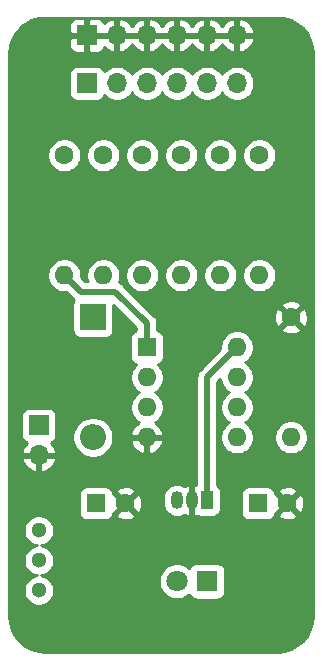
<source format=gbr>
G04 #@! TF.GenerationSoftware,KiCad,Pcbnew,(5.1.7)-1*
G04 #@! TF.CreationDate,2021-10-31T21:36:42-05:00*
G04 #@! TF.ProjectId,ATtiny85Carrier,41547469-6e79-4383-9543-617272696572,rev?*
G04 #@! TF.SameCoordinates,Original*
G04 #@! TF.FileFunction,Copper,L2,Bot*
G04 #@! TF.FilePolarity,Positive*
%FSLAX46Y46*%
G04 Gerber Fmt 4.6, Leading zero omitted, Abs format (unit mm)*
G04 Created by KiCad (PCBNEW (5.1.7)-1) date 2021-10-31 21:36:42*
%MOMM*%
%LPD*%
G01*
G04 APERTURE LIST*
G04 #@! TA.AperFunction,ComponentPad*
%ADD10R,1.700000X1.700000*%
G04 #@! TD*
G04 #@! TA.AperFunction,ComponentPad*
%ADD11O,1.700000X1.700000*%
G04 #@! TD*
G04 #@! TA.AperFunction,ComponentPad*
%ADD12R,2.200000X2.200000*%
G04 #@! TD*
G04 #@! TA.AperFunction,ComponentPad*
%ADD13O,2.200000X2.200000*%
G04 #@! TD*
G04 #@! TA.AperFunction,ComponentPad*
%ADD14R,1.800000X1.800000*%
G04 #@! TD*
G04 #@! TA.AperFunction,ComponentPad*
%ADD15C,1.800000*%
G04 #@! TD*
G04 #@! TA.AperFunction,ComponentPad*
%ADD16C,1.600000*%
G04 #@! TD*
G04 #@! TA.AperFunction,ComponentPad*
%ADD17O,1.600000X1.600000*%
G04 #@! TD*
G04 #@! TA.AperFunction,ComponentPad*
%ADD18C,1.300000*%
G04 #@! TD*
G04 #@! TA.AperFunction,ComponentPad*
%ADD19R,1.600000X1.600000*%
G04 #@! TD*
G04 #@! TA.AperFunction,ComponentPad*
%ADD20O,1.050000X1.500000*%
G04 #@! TD*
G04 #@! TA.AperFunction,ComponentPad*
%ADD21R,1.050000X1.500000*%
G04 #@! TD*
G04 #@! TA.AperFunction,Conductor*
%ADD22C,0.500000*%
G04 #@! TD*
G04 #@! TA.AperFunction,Conductor*
%ADD23C,0.254000*%
G04 #@! TD*
G04 #@! TA.AperFunction,Conductor*
%ADD24C,0.100000*%
G04 #@! TD*
G04 APERTURE END LIST*
D10*
G04 #@! TO.P,BT1,1*
G04 #@! TO.N,Net-(BT1-Pad1)*
X116332000Y-135636000D03*
D11*
G04 #@! TO.P,BT1,2*
G04 #@! TO.N,GND*
X116332000Y-138176000D03*
G04 #@! TD*
D12*
G04 #@! TO.P,D1,1*
G04 #@! TO.N,Net-(C1-Pad1)*
X120904000Y-126492000D03*
D13*
G04 #@! TO.P,D1,2*
G04 #@! TO.N,+9V*
X120904000Y-136652000D03*
G04 #@! TD*
D14*
G04 #@! TO.P,D2,1*
G04 #@! TO.N,Net-(D2-Pad1)*
X130556000Y-148844000D03*
D15*
G04 #@! TO.P,D2,2*
G04 #@! TO.N,+5V*
X128016000Y-148844000D03*
G04 #@! TD*
D10*
G04 #@! TO.P,J2,1*
G04 #@! TO.N,Net-(J2-Pad1)*
X120396000Y-106680000D03*
D11*
G04 #@! TO.P,J2,2*
G04 #@! TO.N,Net-(J2-Pad2)*
X122936000Y-106680000D03*
G04 #@! TO.P,J2,3*
G04 #@! TO.N,Net-(J2-Pad3)*
X125476000Y-106680000D03*
G04 #@! TO.P,J2,4*
G04 #@! TO.N,Net-(J2-Pad4)*
X128016000Y-106680000D03*
G04 #@! TO.P,J2,5*
G04 #@! TO.N,Net-(J2-Pad5)*
X130556000Y-106680000D03*
G04 #@! TO.P,J2,6*
G04 #@! TO.N,Net-(J2-Pad6)*
X133096000Y-106680000D03*
G04 #@! TD*
G04 #@! TO.P,J3,6*
G04 #@! TO.N,GND*
X133096000Y-102616000D03*
G04 #@! TO.P,J3,5*
X130556000Y-102616000D03*
G04 #@! TO.P,J3,4*
X128016000Y-102616000D03*
G04 #@! TO.P,J3,3*
X125476000Y-102616000D03*
G04 #@! TO.P,J3,2*
X122936000Y-102616000D03*
D10*
G04 #@! TO.P,J3,1*
X120396000Y-102616000D03*
G04 #@! TD*
D16*
G04 #@! TO.P,R1,1*
G04 #@! TO.N,Net-(J2-Pad6)*
X135001000Y-112776000D03*
D17*
G04 #@! TO.P,R1,2*
G04 #@! TO.N,Net-(R1-Pad2)*
X135001000Y-122936000D03*
G04 #@! TD*
D16*
G04 #@! TO.P,R2,1*
G04 #@! TO.N,Net-(J2-Pad4)*
X128397000Y-112776000D03*
D17*
G04 #@! TO.P,R2,2*
G04 #@! TO.N,Net-(R2-Pad2)*
X128397000Y-122936000D03*
G04 #@! TD*
D16*
G04 #@! TO.P,R3,1*
G04 #@! TO.N,Net-(J2-Pad2)*
X121793000Y-112776000D03*
D17*
G04 #@! TO.P,R3,2*
G04 #@! TO.N,Net-(R3-Pad2)*
X121793000Y-122936000D03*
G04 #@! TD*
G04 #@! TO.P,R4,2*
G04 #@! TO.N,Net-(R4-Pad2)*
X131699000Y-122936000D03*
D16*
G04 #@! TO.P,R4,1*
G04 #@! TO.N,Net-(J2-Pad5)*
X131699000Y-112776000D03*
G04 #@! TD*
D17*
G04 #@! TO.P,R5,2*
G04 #@! TO.N,Net-(R5-Pad2)*
X125095000Y-122936000D03*
D16*
G04 #@! TO.P,R5,1*
G04 #@! TO.N,Net-(J2-Pad3)*
X125095000Y-112776000D03*
G04 #@! TD*
D17*
G04 #@! TO.P,R6,2*
G04 #@! TO.N,Net-(R6-Pad2)*
X118491000Y-122936000D03*
D16*
G04 #@! TO.P,R6,1*
G04 #@! TO.N,Net-(J2-Pad1)*
X118491000Y-112776000D03*
G04 #@! TD*
G04 #@! TO.P,R7,1*
G04 #@! TO.N,GND*
X137668000Y-126492000D03*
D17*
G04 #@! TO.P,R7,2*
G04 #@! TO.N,Net-(D2-Pad1)*
X137668000Y-136652000D03*
G04 #@! TD*
D18*
G04 #@! TO.P,SW1,2*
G04 #@! TO.N,Net-(BT1-Pad1)*
X116332000Y-147066000D03*
G04 #@! TO.P,SW1,1*
G04 #@! TO.N,+9V*
X116332000Y-144526000D03*
G04 #@! TO.P,SW1,3*
G04 #@! TO.N,N/C*
X116332000Y-149606000D03*
G04 #@! TD*
D19*
G04 #@! TO.P,U1,1*
G04 #@! TO.N,Net-(R6-Pad2)*
X125476000Y-129032000D03*
D17*
G04 #@! TO.P,U1,5*
G04 #@! TO.N,Net-(R1-Pad2)*
X133096000Y-136652000D03*
G04 #@! TO.P,U1,2*
G04 #@! TO.N,Net-(R5-Pad2)*
X125476000Y-131572000D03*
G04 #@! TO.P,U1,6*
G04 #@! TO.N,Net-(R4-Pad2)*
X133096000Y-134112000D03*
G04 #@! TO.P,U1,3*
G04 #@! TO.N,Net-(R3-Pad2)*
X125476000Y-134112000D03*
G04 #@! TO.P,U1,7*
G04 #@! TO.N,Net-(R2-Pad2)*
X133096000Y-131572000D03*
G04 #@! TO.P,U1,4*
G04 #@! TO.N,GND*
X125476000Y-136652000D03*
G04 #@! TO.P,U1,8*
G04 #@! TO.N,+5V*
X133096000Y-129032000D03*
G04 #@! TD*
D20*
G04 #@! TO.P,U2,2*
G04 #@! TO.N,GND*
X129286000Y-141986000D03*
G04 #@! TO.P,U2,3*
G04 #@! TO.N,Net-(C1-Pad1)*
X128016000Y-141986000D03*
D21*
G04 #@! TO.P,U2,1*
G04 #@! TO.N,+5V*
X130556000Y-141986000D03*
G04 #@! TD*
D19*
G04 #@! TO.P,C1,1*
G04 #@! TO.N,Net-(C1-Pad1)*
X121158000Y-142240000D03*
D16*
G04 #@! TO.P,C1,2*
G04 #@! TO.N,GND*
X123658000Y-142240000D03*
G04 #@! TD*
G04 #@! TO.P,C2,2*
G04 #@! TO.N,GND*
X137374000Y-142240000D03*
D19*
G04 #@! TO.P,C2,1*
G04 #@! TO.N,+5V*
X134874000Y-142240000D03*
G04 #@! TD*
D22*
G04 #@! TO.N,+5V*
X130556000Y-131572000D02*
X130556000Y-141986000D01*
X133096000Y-129032000D02*
X130556000Y-131572000D01*
G04 #@! TO.N,Net-(R6-Pad2)*
X125476000Y-129032000D02*
X125476000Y-127000000D01*
X125476000Y-127000000D02*
X122809000Y-124333000D01*
X119888000Y-124333000D02*
X118491000Y-122936000D01*
X122809000Y-124333000D02*
X119888000Y-124333000D01*
G04 #@! TD*
D23*
G04 #@! TO.N,GND*
X137111829Y-101176304D02*
X137676304Y-101346730D01*
X138196927Y-101623548D01*
X138653864Y-101996217D01*
X139029719Y-102450548D01*
X139310167Y-102969226D01*
X139484528Y-103532497D01*
X139550000Y-104155428D01*
X139550001Y-151726602D01*
X139488697Y-152351823D01*
X139318270Y-152916304D01*
X139041450Y-153436928D01*
X138668783Y-153893864D01*
X138214454Y-154269717D01*
X137695774Y-154550167D01*
X137132508Y-154724527D01*
X136509572Y-154790000D01*
X116878388Y-154790000D01*
X116253177Y-154728697D01*
X115688696Y-154558270D01*
X115168072Y-154281450D01*
X114711136Y-153908783D01*
X114335283Y-153454454D01*
X114054833Y-152935774D01*
X113880473Y-152372508D01*
X113815000Y-151749572D01*
X113815000Y-144399439D01*
X115047000Y-144399439D01*
X115047000Y-144652561D01*
X115096381Y-144900821D01*
X115193247Y-145134676D01*
X115333875Y-145345140D01*
X115512860Y-145524125D01*
X115723324Y-145664753D01*
X115957179Y-145761619D01*
X116130027Y-145796000D01*
X115957179Y-145830381D01*
X115723324Y-145927247D01*
X115512860Y-146067875D01*
X115333875Y-146246860D01*
X115193247Y-146457324D01*
X115096381Y-146691179D01*
X115047000Y-146939439D01*
X115047000Y-147192561D01*
X115096381Y-147440821D01*
X115193247Y-147674676D01*
X115333875Y-147885140D01*
X115512860Y-148064125D01*
X115723324Y-148204753D01*
X115957179Y-148301619D01*
X116130027Y-148336000D01*
X115957179Y-148370381D01*
X115723324Y-148467247D01*
X115512860Y-148607875D01*
X115333875Y-148786860D01*
X115193247Y-148997324D01*
X115096381Y-149231179D01*
X115047000Y-149479439D01*
X115047000Y-149732561D01*
X115096381Y-149980821D01*
X115193247Y-150214676D01*
X115333875Y-150425140D01*
X115512860Y-150604125D01*
X115723324Y-150744753D01*
X115957179Y-150841619D01*
X116205439Y-150891000D01*
X116458561Y-150891000D01*
X116706821Y-150841619D01*
X116940676Y-150744753D01*
X117151140Y-150604125D01*
X117330125Y-150425140D01*
X117470753Y-150214676D01*
X117567619Y-149980821D01*
X117617000Y-149732561D01*
X117617000Y-149479439D01*
X117567619Y-149231179D01*
X117470753Y-148997324D01*
X117330125Y-148786860D01*
X117236081Y-148692816D01*
X126481000Y-148692816D01*
X126481000Y-148995184D01*
X126539989Y-149291743D01*
X126655701Y-149571095D01*
X126823688Y-149822505D01*
X127037495Y-150036312D01*
X127288905Y-150204299D01*
X127568257Y-150320011D01*
X127864816Y-150379000D01*
X128167184Y-150379000D01*
X128463743Y-150320011D01*
X128743095Y-150204299D01*
X128994505Y-150036312D01*
X129060944Y-149969873D01*
X129066498Y-149988180D01*
X129125463Y-150098494D01*
X129204815Y-150195185D01*
X129301506Y-150274537D01*
X129411820Y-150333502D01*
X129531518Y-150369812D01*
X129656000Y-150382072D01*
X131456000Y-150382072D01*
X131580482Y-150369812D01*
X131700180Y-150333502D01*
X131810494Y-150274537D01*
X131907185Y-150195185D01*
X131986537Y-150098494D01*
X132045502Y-149988180D01*
X132081812Y-149868482D01*
X132094072Y-149744000D01*
X132094072Y-147944000D01*
X132081812Y-147819518D01*
X132045502Y-147699820D01*
X131986537Y-147589506D01*
X131907185Y-147492815D01*
X131810494Y-147413463D01*
X131700180Y-147354498D01*
X131580482Y-147318188D01*
X131456000Y-147305928D01*
X129656000Y-147305928D01*
X129531518Y-147318188D01*
X129411820Y-147354498D01*
X129301506Y-147413463D01*
X129204815Y-147492815D01*
X129125463Y-147589506D01*
X129066498Y-147699820D01*
X129060944Y-147718127D01*
X128994505Y-147651688D01*
X128743095Y-147483701D01*
X128463743Y-147367989D01*
X128167184Y-147309000D01*
X127864816Y-147309000D01*
X127568257Y-147367989D01*
X127288905Y-147483701D01*
X127037495Y-147651688D01*
X126823688Y-147865495D01*
X126655701Y-148116905D01*
X126539989Y-148396257D01*
X126481000Y-148692816D01*
X117236081Y-148692816D01*
X117151140Y-148607875D01*
X116940676Y-148467247D01*
X116706821Y-148370381D01*
X116533973Y-148336000D01*
X116706821Y-148301619D01*
X116940676Y-148204753D01*
X117151140Y-148064125D01*
X117330125Y-147885140D01*
X117470753Y-147674676D01*
X117567619Y-147440821D01*
X117617000Y-147192561D01*
X117617000Y-146939439D01*
X117567619Y-146691179D01*
X117470753Y-146457324D01*
X117330125Y-146246860D01*
X117151140Y-146067875D01*
X116940676Y-145927247D01*
X116706821Y-145830381D01*
X116533973Y-145796000D01*
X116706821Y-145761619D01*
X116940676Y-145664753D01*
X117151140Y-145524125D01*
X117330125Y-145345140D01*
X117470753Y-145134676D01*
X117567619Y-144900821D01*
X117617000Y-144652561D01*
X117617000Y-144399439D01*
X117567619Y-144151179D01*
X117470753Y-143917324D01*
X117330125Y-143706860D01*
X117151140Y-143527875D01*
X116940676Y-143387247D01*
X116706821Y-143290381D01*
X116458561Y-143241000D01*
X116205439Y-143241000D01*
X115957179Y-143290381D01*
X115723324Y-143387247D01*
X115512860Y-143527875D01*
X115333875Y-143706860D01*
X115193247Y-143917324D01*
X115096381Y-144151179D01*
X115047000Y-144399439D01*
X113815000Y-144399439D01*
X113815000Y-141440000D01*
X119719928Y-141440000D01*
X119719928Y-143040000D01*
X119732188Y-143164482D01*
X119768498Y-143284180D01*
X119827463Y-143394494D01*
X119906815Y-143491185D01*
X120003506Y-143570537D01*
X120113820Y-143629502D01*
X120233518Y-143665812D01*
X120358000Y-143678072D01*
X121958000Y-143678072D01*
X122082482Y-143665812D01*
X122202180Y-143629502D01*
X122312494Y-143570537D01*
X122409185Y-143491185D01*
X122488537Y-143394494D01*
X122547502Y-143284180D01*
X122563117Y-143232702D01*
X122844903Y-143232702D01*
X122916486Y-143476671D01*
X123171996Y-143597571D01*
X123446184Y-143666300D01*
X123728512Y-143680217D01*
X124008130Y-143638787D01*
X124274292Y-143543603D01*
X124399514Y-143476671D01*
X124471097Y-143232702D01*
X123658000Y-142419605D01*
X122844903Y-143232702D01*
X122563117Y-143232702D01*
X122583812Y-143164482D01*
X122596072Y-143040000D01*
X122596072Y-143032785D01*
X122665298Y-143053097D01*
X123478395Y-142240000D01*
X123837605Y-142240000D01*
X124650702Y-143053097D01*
X124894671Y-142981514D01*
X125015571Y-142726004D01*
X125084300Y-142451816D01*
X125098217Y-142169488D01*
X125056787Y-141889870D01*
X124990325Y-141704021D01*
X126856000Y-141704021D01*
X126856000Y-142267978D01*
X126872785Y-142438399D01*
X126939115Y-142657059D01*
X127046829Y-142858578D01*
X127191788Y-143035212D01*
X127368421Y-143180171D01*
X127569940Y-143287885D01*
X127788600Y-143354215D01*
X128016000Y-143376612D01*
X128243399Y-143354215D01*
X128462059Y-143287885D01*
X128650669Y-143187071D01*
X128709118Y-143228275D01*
X128918663Y-143321272D01*
X128980190Y-143329964D01*
X129159000Y-143204163D01*
X129159000Y-142439109D01*
X129159215Y-142438400D01*
X129176000Y-142267979D01*
X129176000Y-141704022D01*
X129159215Y-141533601D01*
X129159000Y-141532892D01*
X129159000Y-141236000D01*
X129392928Y-141236000D01*
X129392928Y-142736000D01*
X129405188Y-142860482D01*
X129413000Y-142886235D01*
X129413000Y-143204163D01*
X129591810Y-143329964D01*
X129653337Y-143321272D01*
X129721943Y-143290824D01*
X129786820Y-143325502D01*
X129906518Y-143361812D01*
X130031000Y-143374072D01*
X131081000Y-143374072D01*
X131205482Y-143361812D01*
X131325180Y-143325502D01*
X131435494Y-143266537D01*
X131532185Y-143187185D01*
X131611537Y-143090494D01*
X131670502Y-142980180D01*
X131706812Y-142860482D01*
X131719072Y-142736000D01*
X131719072Y-141440000D01*
X133435928Y-141440000D01*
X133435928Y-143040000D01*
X133448188Y-143164482D01*
X133484498Y-143284180D01*
X133543463Y-143394494D01*
X133622815Y-143491185D01*
X133719506Y-143570537D01*
X133829820Y-143629502D01*
X133949518Y-143665812D01*
X134074000Y-143678072D01*
X135674000Y-143678072D01*
X135798482Y-143665812D01*
X135918180Y-143629502D01*
X136028494Y-143570537D01*
X136125185Y-143491185D01*
X136204537Y-143394494D01*
X136263502Y-143284180D01*
X136279117Y-143232702D01*
X136560903Y-143232702D01*
X136632486Y-143476671D01*
X136887996Y-143597571D01*
X137162184Y-143666300D01*
X137444512Y-143680217D01*
X137724130Y-143638787D01*
X137990292Y-143543603D01*
X138115514Y-143476671D01*
X138187097Y-143232702D01*
X137374000Y-142419605D01*
X136560903Y-143232702D01*
X136279117Y-143232702D01*
X136299812Y-143164482D01*
X136312072Y-143040000D01*
X136312072Y-143032785D01*
X136381298Y-143053097D01*
X137194395Y-142240000D01*
X137553605Y-142240000D01*
X138366702Y-143053097D01*
X138610671Y-142981514D01*
X138731571Y-142726004D01*
X138800300Y-142451816D01*
X138814217Y-142169488D01*
X138772787Y-141889870D01*
X138677603Y-141623708D01*
X138610671Y-141498486D01*
X138366702Y-141426903D01*
X137553605Y-142240000D01*
X137194395Y-142240000D01*
X136381298Y-141426903D01*
X136312072Y-141447215D01*
X136312072Y-141440000D01*
X136299812Y-141315518D01*
X136279118Y-141247298D01*
X136560903Y-141247298D01*
X137374000Y-142060395D01*
X138187097Y-141247298D01*
X138115514Y-141003329D01*
X137860004Y-140882429D01*
X137585816Y-140813700D01*
X137303488Y-140799783D01*
X137023870Y-140841213D01*
X136757708Y-140936397D01*
X136632486Y-141003329D01*
X136560903Y-141247298D01*
X136279118Y-141247298D01*
X136263502Y-141195820D01*
X136204537Y-141085506D01*
X136125185Y-140988815D01*
X136028494Y-140909463D01*
X135918180Y-140850498D01*
X135798482Y-140814188D01*
X135674000Y-140801928D01*
X134074000Y-140801928D01*
X133949518Y-140814188D01*
X133829820Y-140850498D01*
X133719506Y-140909463D01*
X133622815Y-140988815D01*
X133543463Y-141085506D01*
X133484498Y-141195820D01*
X133448188Y-141315518D01*
X133435928Y-141440000D01*
X131719072Y-141440000D01*
X131719072Y-141236000D01*
X131706812Y-141111518D01*
X131670502Y-140991820D01*
X131611537Y-140881506D01*
X131532185Y-140784815D01*
X131441000Y-140709982D01*
X131441000Y-131938578D01*
X131661870Y-131717708D01*
X131716147Y-131990574D01*
X131824320Y-132251727D01*
X131981363Y-132486759D01*
X132181241Y-132686637D01*
X132413759Y-132842000D01*
X132181241Y-132997363D01*
X131981363Y-133197241D01*
X131824320Y-133432273D01*
X131716147Y-133693426D01*
X131661000Y-133970665D01*
X131661000Y-134253335D01*
X131716147Y-134530574D01*
X131824320Y-134791727D01*
X131981363Y-135026759D01*
X132181241Y-135226637D01*
X132413759Y-135382000D01*
X132181241Y-135537363D01*
X131981363Y-135737241D01*
X131824320Y-135972273D01*
X131716147Y-136233426D01*
X131661000Y-136510665D01*
X131661000Y-136793335D01*
X131716147Y-137070574D01*
X131824320Y-137331727D01*
X131981363Y-137566759D01*
X132181241Y-137766637D01*
X132416273Y-137923680D01*
X132677426Y-138031853D01*
X132954665Y-138087000D01*
X133237335Y-138087000D01*
X133514574Y-138031853D01*
X133775727Y-137923680D01*
X134010759Y-137766637D01*
X134210637Y-137566759D01*
X134367680Y-137331727D01*
X134475853Y-137070574D01*
X134531000Y-136793335D01*
X134531000Y-136510665D01*
X136233000Y-136510665D01*
X136233000Y-136793335D01*
X136288147Y-137070574D01*
X136396320Y-137331727D01*
X136553363Y-137566759D01*
X136753241Y-137766637D01*
X136988273Y-137923680D01*
X137249426Y-138031853D01*
X137526665Y-138087000D01*
X137809335Y-138087000D01*
X138086574Y-138031853D01*
X138347727Y-137923680D01*
X138582759Y-137766637D01*
X138782637Y-137566759D01*
X138939680Y-137331727D01*
X139047853Y-137070574D01*
X139103000Y-136793335D01*
X139103000Y-136510665D01*
X139047853Y-136233426D01*
X138939680Y-135972273D01*
X138782637Y-135737241D01*
X138582759Y-135537363D01*
X138347727Y-135380320D01*
X138086574Y-135272147D01*
X137809335Y-135217000D01*
X137526665Y-135217000D01*
X137249426Y-135272147D01*
X136988273Y-135380320D01*
X136753241Y-135537363D01*
X136553363Y-135737241D01*
X136396320Y-135972273D01*
X136288147Y-136233426D01*
X136233000Y-136510665D01*
X134531000Y-136510665D01*
X134475853Y-136233426D01*
X134367680Y-135972273D01*
X134210637Y-135737241D01*
X134010759Y-135537363D01*
X133778241Y-135382000D01*
X134010759Y-135226637D01*
X134210637Y-135026759D01*
X134367680Y-134791727D01*
X134475853Y-134530574D01*
X134531000Y-134253335D01*
X134531000Y-133970665D01*
X134475853Y-133693426D01*
X134367680Y-133432273D01*
X134210637Y-133197241D01*
X134010759Y-132997363D01*
X133778241Y-132842000D01*
X134010759Y-132686637D01*
X134210637Y-132486759D01*
X134367680Y-132251727D01*
X134475853Y-131990574D01*
X134531000Y-131713335D01*
X134531000Y-131430665D01*
X134475853Y-131153426D01*
X134367680Y-130892273D01*
X134210637Y-130657241D01*
X134010759Y-130457363D01*
X133778241Y-130302000D01*
X134010759Y-130146637D01*
X134210637Y-129946759D01*
X134367680Y-129711727D01*
X134475853Y-129450574D01*
X134531000Y-129173335D01*
X134531000Y-128890665D01*
X134475853Y-128613426D01*
X134367680Y-128352273D01*
X134210637Y-128117241D01*
X134010759Y-127917363D01*
X133775727Y-127760320D01*
X133514574Y-127652147D01*
X133237335Y-127597000D01*
X132954665Y-127597000D01*
X132677426Y-127652147D01*
X132416273Y-127760320D01*
X132181241Y-127917363D01*
X131981363Y-128117241D01*
X131824320Y-128352273D01*
X131716147Y-128613426D01*
X131661000Y-128890665D01*
X131661000Y-129173335D01*
X131667983Y-129208439D01*
X129960956Y-130915466D01*
X129927183Y-130943183D01*
X129816589Y-131077942D01*
X129734411Y-131231688D01*
X129683805Y-131398511D01*
X129671000Y-131528524D01*
X129671000Y-131528531D01*
X129666719Y-131572000D01*
X129671000Y-131615469D01*
X129671001Y-140658567D01*
X129653337Y-140650728D01*
X129591810Y-140642036D01*
X129413000Y-140767837D01*
X129413000Y-141085765D01*
X129405188Y-141111518D01*
X129392928Y-141236000D01*
X129159000Y-141236000D01*
X129159000Y-140767837D01*
X128980190Y-140642036D01*
X128918663Y-140650728D01*
X128709118Y-140743725D01*
X128650669Y-140784929D01*
X128462060Y-140684115D01*
X128243400Y-140617785D01*
X128016000Y-140595388D01*
X127788601Y-140617785D01*
X127569941Y-140684115D01*
X127368422Y-140791829D01*
X127191789Y-140936788D01*
X127046830Y-141113421D01*
X126939115Y-141314940D01*
X126872785Y-141533600D01*
X126856000Y-141704021D01*
X124990325Y-141704021D01*
X124961603Y-141623708D01*
X124894671Y-141498486D01*
X124650702Y-141426903D01*
X123837605Y-142240000D01*
X123478395Y-142240000D01*
X122665298Y-141426903D01*
X122596072Y-141447215D01*
X122596072Y-141440000D01*
X122583812Y-141315518D01*
X122563118Y-141247298D01*
X122844903Y-141247298D01*
X123658000Y-142060395D01*
X124471097Y-141247298D01*
X124399514Y-141003329D01*
X124144004Y-140882429D01*
X123869816Y-140813700D01*
X123587488Y-140799783D01*
X123307870Y-140841213D01*
X123041708Y-140936397D01*
X122916486Y-141003329D01*
X122844903Y-141247298D01*
X122563118Y-141247298D01*
X122547502Y-141195820D01*
X122488537Y-141085506D01*
X122409185Y-140988815D01*
X122312494Y-140909463D01*
X122202180Y-140850498D01*
X122082482Y-140814188D01*
X121958000Y-140801928D01*
X120358000Y-140801928D01*
X120233518Y-140814188D01*
X120113820Y-140850498D01*
X120003506Y-140909463D01*
X119906815Y-140988815D01*
X119827463Y-141085506D01*
X119768498Y-141195820D01*
X119732188Y-141315518D01*
X119719928Y-141440000D01*
X113815000Y-141440000D01*
X113815000Y-138532890D01*
X114890524Y-138532890D01*
X114935175Y-138680099D01*
X115060359Y-138942920D01*
X115234412Y-139176269D01*
X115450645Y-139371178D01*
X115700748Y-139520157D01*
X115975109Y-139617481D01*
X116205000Y-139496814D01*
X116205000Y-138303000D01*
X116459000Y-138303000D01*
X116459000Y-139496814D01*
X116688891Y-139617481D01*
X116963252Y-139520157D01*
X117213355Y-139371178D01*
X117429588Y-139176269D01*
X117603641Y-138942920D01*
X117728825Y-138680099D01*
X117773476Y-138532890D01*
X117652155Y-138303000D01*
X116459000Y-138303000D01*
X116205000Y-138303000D01*
X115011845Y-138303000D01*
X114890524Y-138532890D01*
X113815000Y-138532890D01*
X113815000Y-134786000D01*
X114843928Y-134786000D01*
X114843928Y-136486000D01*
X114856188Y-136610482D01*
X114892498Y-136730180D01*
X114951463Y-136840494D01*
X115030815Y-136937185D01*
X115127506Y-137016537D01*
X115237820Y-137075502D01*
X115318466Y-137099966D01*
X115234412Y-137175731D01*
X115060359Y-137409080D01*
X114935175Y-137671901D01*
X114890524Y-137819110D01*
X115011845Y-138049000D01*
X116205000Y-138049000D01*
X116205000Y-138029000D01*
X116459000Y-138029000D01*
X116459000Y-138049000D01*
X117652155Y-138049000D01*
X117773476Y-137819110D01*
X117728825Y-137671901D01*
X117603641Y-137409080D01*
X117429588Y-137175731D01*
X117345534Y-137099966D01*
X117426180Y-137075502D01*
X117536494Y-137016537D01*
X117633185Y-136937185D01*
X117712537Y-136840494D01*
X117771502Y-136730180D01*
X117807812Y-136610482D01*
X117820072Y-136486000D01*
X117820072Y-136481117D01*
X119169000Y-136481117D01*
X119169000Y-136822883D01*
X119235675Y-137158081D01*
X119366463Y-137473831D01*
X119556337Y-137757998D01*
X119798002Y-137999663D01*
X120082169Y-138189537D01*
X120397919Y-138320325D01*
X120733117Y-138387000D01*
X121074883Y-138387000D01*
X121410081Y-138320325D01*
X121725831Y-138189537D01*
X122009998Y-137999663D01*
X122251663Y-137757998D01*
X122441537Y-137473831D01*
X122572325Y-137158081D01*
X122603562Y-137001039D01*
X124084096Y-137001039D01*
X124124754Y-137135087D01*
X124244963Y-137389420D01*
X124412481Y-137615414D01*
X124620869Y-137804385D01*
X124862119Y-137949070D01*
X125126960Y-138043909D01*
X125349000Y-137922624D01*
X125349000Y-136779000D01*
X125603000Y-136779000D01*
X125603000Y-137922624D01*
X125825040Y-138043909D01*
X126089881Y-137949070D01*
X126331131Y-137804385D01*
X126539519Y-137615414D01*
X126707037Y-137389420D01*
X126827246Y-137135087D01*
X126867904Y-137001039D01*
X126745915Y-136779000D01*
X125603000Y-136779000D01*
X125349000Y-136779000D01*
X124206085Y-136779000D01*
X124084096Y-137001039D01*
X122603562Y-137001039D01*
X122639000Y-136822883D01*
X122639000Y-136481117D01*
X122572325Y-136145919D01*
X122441537Y-135830169D01*
X122251663Y-135546002D01*
X122009998Y-135304337D01*
X121725831Y-135114463D01*
X121410081Y-134983675D01*
X121074883Y-134917000D01*
X120733117Y-134917000D01*
X120397919Y-134983675D01*
X120082169Y-135114463D01*
X119798002Y-135304337D01*
X119556337Y-135546002D01*
X119366463Y-135830169D01*
X119235675Y-136145919D01*
X119169000Y-136481117D01*
X117820072Y-136481117D01*
X117820072Y-134786000D01*
X117807812Y-134661518D01*
X117771502Y-134541820D01*
X117712537Y-134431506D01*
X117633185Y-134334815D01*
X117536494Y-134255463D01*
X117426180Y-134196498D01*
X117306482Y-134160188D01*
X117182000Y-134147928D01*
X115482000Y-134147928D01*
X115357518Y-134160188D01*
X115237820Y-134196498D01*
X115127506Y-134255463D01*
X115030815Y-134334815D01*
X114951463Y-134431506D01*
X114892498Y-134541820D01*
X114856188Y-134661518D01*
X114843928Y-134786000D01*
X113815000Y-134786000D01*
X113815000Y-122794665D01*
X117056000Y-122794665D01*
X117056000Y-123077335D01*
X117111147Y-123354574D01*
X117219320Y-123615727D01*
X117376363Y-123850759D01*
X117576241Y-124050637D01*
X117811273Y-124207680D01*
X118072426Y-124315853D01*
X118349665Y-124371000D01*
X118632335Y-124371000D01*
X118667439Y-124364017D01*
X119231470Y-124928049D01*
X119259183Y-124961817D01*
X119292951Y-124989530D01*
X119292953Y-124989532D01*
X119304833Y-124999282D01*
X119273463Y-125037506D01*
X119214498Y-125147820D01*
X119178188Y-125267518D01*
X119165928Y-125392000D01*
X119165928Y-127592000D01*
X119178188Y-127716482D01*
X119214498Y-127836180D01*
X119273463Y-127946494D01*
X119352815Y-128043185D01*
X119449506Y-128122537D01*
X119559820Y-128181502D01*
X119679518Y-128217812D01*
X119804000Y-128230072D01*
X122004000Y-128230072D01*
X122128482Y-128217812D01*
X122248180Y-128181502D01*
X122358494Y-128122537D01*
X122455185Y-128043185D01*
X122534537Y-127946494D01*
X122593502Y-127836180D01*
X122629812Y-127716482D01*
X122642072Y-127592000D01*
X122642072Y-125417650D01*
X124591001Y-127366580D01*
X124591001Y-127602299D01*
X124551518Y-127606188D01*
X124431820Y-127642498D01*
X124321506Y-127701463D01*
X124224815Y-127780815D01*
X124145463Y-127877506D01*
X124086498Y-127987820D01*
X124050188Y-128107518D01*
X124037928Y-128232000D01*
X124037928Y-129832000D01*
X124050188Y-129956482D01*
X124086498Y-130076180D01*
X124145463Y-130186494D01*
X124224815Y-130283185D01*
X124321506Y-130362537D01*
X124431820Y-130421502D01*
X124551518Y-130457812D01*
X124559961Y-130458643D01*
X124361363Y-130657241D01*
X124204320Y-130892273D01*
X124096147Y-131153426D01*
X124041000Y-131430665D01*
X124041000Y-131713335D01*
X124096147Y-131990574D01*
X124204320Y-132251727D01*
X124361363Y-132486759D01*
X124561241Y-132686637D01*
X124793759Y-132842000D01*
X124561241Y-132997363D01*
X124361363Y-133197241D01*
X124204320Y-133432273D01*
X124096147Y-133693426D01*
X124041000Y-133970665D01*
X124041000Y-134253335D01*
X124096147Y-134530574D01*
X124204320Y-134791727D01*
X124361363Y-135026759D01*
X124561241Y-135226637D01*
X124796273Y-135383680D01*
X124806865Y-135388067D01*
X124620869Y-135499615D01*
X124412481Y-135688586D01*
X124244963Y-135914580D01*
X124124754Y-136168913D01*
X124084096Y-136302961D01*
X124206085Y-136525000D01*
X125349000Y-136525000D01*
X125349000Y-136505000D01*
X125603000Y-136505000D01*
X125603000Y-136525000D01*
X126745915Y-136525000D01*
X126867904Y-136302961D01*
X126827246Y-136168913D01*
X126707037Y-135914580D01*
X126539519Y-135688586D01*
X126331131Y-135499615D01*
X126145135Y-135388067D01*
X126155727Y-135383680D01*
X126390759Y-135226637D01*
X126590637Y-135026759D01*
X126747680Y-134791727D01*
X126855853Y-134530574D01*
X126911000Y-134253335D01*
X126911000Y-133970665D01*
X126855853Y-133693426D01*
X126747680Y-133432273D01*
X126590637Y-133197241D01*
X126390759Y-132997363D01*
X126158241Y-132842000D01*
X126390759Y-132686637D01*
X126590637Y-132486759D01*
X126747680Y-132251727D01*
X126855853Y-131990574D01*
X126911000Y-131713335D01*
X126911000Y-131430665D01*
X126855853Y-131153426D01*
X126747680Y-130892273D01*
X126590637Y-130657241D01*
X126392039Y-130458643D01*
X126400482Y-130457812D01*
X126520180Y-130421502D01*
X126630494Y-130362537D01*
X126727185Y-130283185D01*
X126806537Y-130186494D01*
X126865502Y-130076180D01*
X126901812Y-129956482D01*
X126914072Y-129832000D01*
X126914072Y-128232000D01*
X126901812Y-128107518D01*
X126865502Y-127987820D01*
X126806537Y-127877506D01*
X126727185Y-127780815D01*
X126630494Y-127701463D01*
X126520180Y-127642498D01*
X126400482Y-127606188D01*
X126361000Y-127602299D01*
X126361000Y-127484702D01*
X136854903Y-127484702D01*
X136926486Y-127728671D01*
X137181996Y-127849571D01*
X137456184Y-127918300D01*
X137738512Y-127932217D01*
X138018130Y-127890787D01*
X138284292Y-127795603D01*
X138409514Y-127728671D01*
X138481097Y-127484702D01*
X137668000Y-126671605D01*
X136854903Y-127484702D01*
X126361000Y-127484702D01*
X126361000Y-127043469D01*
X126365281Y-127000000D01*
X126361000Y-126956531D01*
X126361000Y-126956523D01*
X126348195Y-126826510D01*
X126310976Y-126703816D01*
X126297589Y-126659686D01*
X126245649Y-126562512D01*
X136227783Y-126562512D01*
X136269213Y-126842130D01*
X136364397Y-127108292D01*
X136431329Y-127233514D01*
X136675298Y-127305097D01*
X137488395Y-126492000D01*
X137847605Y-126492000D01*
X138660702Y-127305097D01*
X138904671Y-127233514D01*
X139025571Y-126978004D01*
X139094300Y-126703816D01*
X139108217Y-126421488D01*
X139066787Y-126141870D01*
X138971603Y-125875708D01*
X138904671Y-125750486D01*
X138660702Y-125678903D01*
X137847605Y-126492000D01*
X137488395Y-126492000D01*
X136675298Y-125678903D01*
X136431329Y-125750486D01*
X136310429Y-126005996D01*
X136241700Y-126280184D01*
X136227783Y-126562512D01*
X126245649Y-126562512D01*
X126215411Y-126505941D01*
X126132532Y-126404953D01*
X126132530Y-126404951D01*
X126104817Y-126371183D01*
X126071049Y-126343470D01*
X125226877Y-125499298D01*
X136854903Y-125499298D01*
X137668000Y-126312395D01*
X138481097Y-125499298D01*
X138409514Y-125255329D01*
X138154004Y-125134429D01*
X137879816Y-125065700D01*
X137597488Y-125051783D01*
X137317870Y-125093213D01*
X137051708Y-125188397D01*
X136926486Y-125255329D01*
X136854903Y-125499298D01*
X125226877Y-125499298D01*
X123465534Y-123737956D01*
X123437817Y-123704183D01*
X123303059Y-123593589D01*
X123149313Y-123511411D01*
X123112513Y-123500248D01*
X123172853Y-123354574D01*
X123228000Y-123077335D01*
X123228000Y-122794665D01*
X123660000Y-122794665D01*
X123660000Y-123077335D01*
X123715147Y-123354574D01*
X123823320Y-123615727D01*
X123980363Y-123850759D01*
X124180241Y-124050637D01*
X124415273Y-124207680D01*
X124676426Y-124315853D01*
X124953665Y-124371000D01*
X125236335Y-124371000D01*
X125513574Y-124315853D01*
X125774727Y-124207680D01*
X126009759Y-124050637D01*
X126209637Y-123850759D01*
X126366680Y-123615727D01*
X126474853Y-123354574D01*
X126530000Y-123077335D01*
X126530000Y-122794665D01*
X126962000Y-122794665D01*
X126962000Y-123077335D01*
X127017147Y-123354574D01*
X127125320Y-123615727D01*
X127282363Y-123850759D01*
X127482241Y-124050637D01*
X127717273Y-124207680D01*
X127978426Y-124315853D01*
X128255665Y-124371000D01*
X128538335Y-124371000D01*
X128815574Y-124315853D01*
X129076727Y-124207680D01*
X129311759Y-124050637D01*
X129511637Y-123850759D01*
X129668680Y-123615727D01*
X129776853Y-123354574D01*
X129832000Y-123077335D01*
X129832000Y-122794665D01*
X130264000Y-122794665D01*
X130264000Y-123077335D01*
X130319147Y-123354574D01*
X130427320Y-123615727D01*
X130584363Y-123850759D01*
X130784241Y-124050637D01*
X131019273Y-124207680D01*
X131280426Y-124315853D01*
X131557665Y-124371000D01*
X131840335Y-124371000D01*
X132117574Y-124315853D01*
X132378727Y-124207680D01*
X132613759Y-124050637D01*
X132813637Y-123850759D01*
X132970680Y-123615727D01*
X133078853Y-123354574D01*
X133134000Y-123077335D01*
X133134000Y-122794665D01*
X133566000Y-122794665D01*
X133566000Y-123077335D01*
X133621147Y-123354574D01*
X133729320Y-123615727D01*
X133886363Y-123850759D01*
X134086241Y-124050637D01*
X134321273Y-124207680D01*
X134582426Y-124315853D01*
X134859665Y-124371000D01*
X135142335Y-124371000D01*
X135419574Y-124315853D01*
X135680727Y-124207680D01*
X135915759Y-124050637D01*
X136115637Y-123850759D01*
X136272680Y-123615727D01*
X136380853Y-123354574D01*
X136436000Y-123077335D01*
X136436000Y-122794665D01*
X136380853Y-122517426D01*
X136272680Y-122256273D01*
X136115637Y-122021241D01*
X135915759Y-121821363D01*
X135680727Y-121664320D01*
X135419574Y-121556147D01*
X135142335Y-121501000D01*
X134859665Y-121501000D01*
X134582426Y-121556147D01*
X134321273Y-121664320D01*
X134086241Y-121821363D01*
X133886363Y-122021241D01*
X133729320Y-122256273D01*
X133621147Y-122517426D01*
X133566000Y-122794665D01*
X133134000Y-122794665D01*
X133078853Y-122517426D01*
X132970680Y-122256273D01*
X132813637Y-122021241D01*
X132613759Y-121821363D01*
X132378727Y-121664320D01*
X132117574Y-121556147D01*
X131840335Y-121501000D01*
X131557665Y-121501000D01*
X131280426Y-121556147D01*
X131019273Y-121664320D01*
X130784241Y-121821363D01*
X130584363Y-122021241D01*
X130427320Y-122256273D01*
X130319147Y-122517426D01*
X130264000Y-122794665D01*
X129832000Y-122794665D01*
X129776853Y-122517426D01*
X129668680Y-122256273D01*
X129511637Y-122021241D01*
X129311759Y-121821363D01*
X129076727Y-121664320D01*
X128815574Y-121556147D01*
X128538335Y-121501000D01*
X128255665Y-121501000D01*
X127978426Y-121556147D01*
X127717273Y-121664320D01*
X127482241Y-121821363D01*
X127282363Y-122021241D01*
X127125320Y-122256273D01*
X127017147Y-122517426D01*
X126962000Y-122794665D01*
X126530000Y-122794665D01*
X126474853Y-122517426D01*
X126366680Y-122256273D01*
X126209637Y-122021241D01*
X126009759Y-121821363D01*
X125774727Y-121664320D01*
X125513574Y-121556147D01*
X125236335Y-121501000D01*
X124953665Y-121501000D01*
X124676426Y-121556147D01*
X124415273Y-121664320D01*
X124180241Y-121821363D01*
X123980363Y-122021241D01*
X123823320Y-122256273D01*
X123715147Y-122517426D01*
X123660000Y-122794665D01*
X123228000Y-122794665D01*
X123172853Y-122517426D01*
X123064680Y-122256273D01*
X122907637Y-122021241D01*
X122707759Y-121821363D01*
X122472727Y-121664320D01*
X122211574Y-121556147D01*
X121934335Y-121501000D01*
X121651665Y-121501000D01*
X121374426Y-121556147D01*
X121113273Y-121664320D01*
X120878241Y-121821363D01*
X120678363Y-122021241D01*
X120521320Y-122256273D01*
X120413147Y-122517426D01*
X120358000Y-122794665D01*
X120358000Y-123077335D01*
X120413147Y-123354574D01*
X120451845Y-123448000D01*
X120254579Y-123448000D01*
X119919017Y-123112439D01*
X119926000Y-123077335D01*
X119926000Y-122794665D01*
X119870853Y-122517426D01*
X119762680Y-122256273D01*
X119605637Y-122021241D01*
X119405759Y-121821363D01*
X119170727Y-121664320D01*
X118909574Y-121556147D01*
X118632335Y-121501000D01*
X118349665Y-121501000D01*
X118072426Y-121556147D01*
X117811273Y-121664320D01*
X117576241Y-121821363D01*
X117376363Y-122021241D01*
X117219320Y-122256273D01*
X117111147Y-122517426D01*
X117056000Y-122794665D01*
X113815000Y-122794665D01*
X113815000Y-112634665D01*
X117056000Y-112634665D01*
X117056000Y-112917335D01*
X117111147Y-113194574D01*
X117219320Y-113455727D01*
X117376363Y-113690759D01*
X117576241Y-113890637D01*
X117811273Y-114047680D01*
X118072426Y-114155853D01*
X118349665Y-114211000D01*
X118632335Y-114211000D01*
X118909574Y-114155853D01*
X119170727Y-114047680D01*
X119405759Y-113890637D01*
X119605637Y-113690759D01*
X119762680Y-113455727D01*
X119870853Y-113194574D01*
X119926000Y-112917335D01*
X119926000Y-112634665D01*
X120358000Y-112634665D01*
X120358000Y-112917335D01*
X120413147Y-113194574D01*
X120521320Y-113455727D01*
X120678363Y-113690759D01*
X120878241Y-113890637D01*
X121113273Y-114047680D01*
X121374426Y-114155853D01*
X121651665Y-114211000D01*
X121934335Y-114211000D01*
X122211574Y-114155853D01*
X122472727Y-114047680D01*
X122707759Y-113890637D01*
X122907637Y-113690759D01*
X123064680Y-113455727D01*
X123172853Y-113194574D01*
X123228000Y-112917335D01*
X123228000Y-112634665D01*
X123660000Y-112634665D01*
X123660000Y-112917335D01*
X123715147Y-113194574D01*
X123823320Y-113455727D01*
X123980363Y-113690759D01*
X124180241Y-113890637D01*
X124415273Y-114047680D01*
X124676426Y-114155853D01*
X124953665Y-114211000D01*
X125236335Y-114211000D01*
X125513574Y-114155853D01*
X125774727Y-114047680D01*
X126009759Y-113890637D01*
X126209637Y-113690759D01*
X126366680Y-113455727D01*
X126474853Y-113194574D01*
X126530000Y-112917335D01*
X126530000Y-112634665D01*
X126962000Y-112634665D01*
X126962000Y-112917335D01*
X127017147Y-113194574D01*
X127125320Y-113455727D01*
X127282363Y-113690759D01*
X127482241Y-113890637D01*
X127717273Y-114047680D01*
X127978426Y-114155853D01*
X128255665Y-114211000D01*
X128538335Y-114211000D01*
X128815574Y-114155853D01*
X129076727Y-114047680D01*
X129311759Y-113890637D01*
X129511637Y-113690759D01*
X129668680Y-113455727D01*
X129776853Y-113194574D01*
X129832000Y-112917335D01*
X129832000Y-112634665D01*
X130264000Y-112634665D01*
X130264000Y-112917335D01*
X130319147Y-113194574D01*
X130427320Y-113455727D01*
X130584363Y-113690759D01*
X130784241Y-113890637D01*
X131019273Y-114047680D01*
X131280426Y-114155853D01*
X131557665Y-114211000D01*
X131840335Y-114211000D01*
X132117574Y-114155853D01*
X132378727Y-114047680D01*
X132613759Y-113890637D01*
X132813637Y-113690759D01*
X132970680Y-113455727D01*
X133078853Y-113194574D01*
X133134000Y-112917335D01*
X133134000Y-112634665D01*
X133566000Y-112634665D01*
X133566000Y-112917335D01*
X133621147Y-113194574D01*
X133729320Y-113455727D01*
X133886363Y-113690759D01*
X134086241Y-113890637D01*
X134321273Y-114047680D01*
X134582426Y-114155853D01*
X134859665Y-114211000D01*
X135142335Y-114211000D01*
X135419574Y-114155853D01*
X135680727Y-114047680D01*
X135915759Y-113890637D01*
X136115637Y-113690759D01*
X136272680Y-113455727D01*
X136380853Y-113194574D01*
X136436000Y-112917335D01*
X136436000Y-112634665D01*
X136380853Y-112357426D01*
X136272680Y-112096273D01*
X136115637Y-111861241D01*
X135915759Y-111661363D01*
X135680727Y-111504320D01*
X135419574Y-111396147D01*
X135142335Y-111341000D01*
X134859665Y-111341000D01*
X134582426Y-111396147D01*
X134321273Y-111504320D01*
X134086241Y-111661363D01*
X133886363Y-111861241D01*
X133729320Y-112096273D01*
X133621147Y-112357426D01*
X133566000Y-112634665D01*
X133134000Y-112634665D01*
X133078853Y-112357426D01*
X132970680Y-112096273D01*
X132813637Y-111861241D01*
X132613759Y-111661363D01*
X132378727Y-111504320D01*
X132117574Y-111396147D01*
X131840335Y-111341000D01*
X131557665Y-111341000D01*
X131280426Y-111396147D01*
X131019273Y-111504320D01*
X130784241Y-111661363D01*
X130584363Y-111861241D01*
X130427320Y-112096273D01*
X130319147Y-112357426D01*
X130264000Y-112634665D01*
X129832000Y-112634665D01*
X129776853Y-112357426D01*
X129668680Y-112096273D01*
X129511637Y-111861241D01*
X129311759Y-111661363D01*
X129076727Y-111504320D01*
X128815574Y-111396147D01*
X128538335Y-111341000D01*
X128255665Y-111341000D01*
X127978426Y-111396147D01*
X127717273Y-111504320D01*
X127482241Y-111661363D01*
X127282363Y-111861241D01*
X127125320Y-112096273D01*
X127017147Y-112357426D01*
X126962000Y-112634665D01*
X126530000Y-112634665D01*
X126474853Y-112357426D01*
X126366680Y-112096273D01*
X126209637Y-111861241D01*
X126009759Y-111661363D01*
X125774727Y-111504320D01*
X125513574Y-111396147D01*
X125236335Y-111341000D01*
X124953665Y-111341000D01*
X124676426Y-111396147D01*
X124415273Y-111504320D01*
X124180241Y-111661363D01*
X123980363Y-111861241D01*
X123823320Y-112096273D01*
X123715147Y-112357426D01*
X123660000Y-112634665D01*
X123228000Y-112634665D01*
X123172853Y-112357426D01*
X123064680Y-112096273D01*
X122907637Y-111861241D01*
X122707759Y-111661363D01*
X122472727Y-111504320D01*
X122211574Y-111396147D01*
X121934335Y-111341000D01*
X121651665Y-111341000D01*
X121374426Y-111396147D01*
X121113273Y-111504320D01*
X120878241Y-111661363D01*
X120678363Y-111861241D01*
X120521320Y-112096273D01*
X120413147Y-112357426D01*
X120358000Y-112634665D01*
X119926000Y-112634665D01*
X119870853Y-112357426D01*
X119762680Y-112096273D01*
X119605637Y-111861241D01*
X119405759Y-111661363D01*
X119170727Y-111504320D01*
X118909574Y-111396147D01*
X118632335Y-111341000D01*
X118349665Y-111341000D01*
X118072426Y-111396147D01*
X117811273Y-111504320D01*
X117576241Y-111661363D01*
X117376363Y-111861241D01*
X117219320Y-112096273D01*
X117111147Y-112357426D01*
X117056000Y-112634665D01*
X113815000Y-112634665D01*
X113815000Y-105830000D01*
X118907928Y-105830000D01*
X118907928Y-107530000D01*
X118920188Y-107654482D01*
X118956498Y-107774180D01*
X119015463Y-107884494D01*
X119094815Y-107981185D01*
X119191506Y-108060537D01*
X119301820Y-108119502D01*
X119421518Y-108155812D01*
X119546000Y-108168072D01*
X121246000Y-108168072D01*
X121370482Y-108155812D01*
X121490180Y-108119502D01*
X121600494Y-108060537D01*
X121697185Y-107981185D01*
X121776537Y-107884494D01*
X121835502Y-107774180D01*
X121857513Y-107701620D01*
X121989368Y-107833475D01*
X122232589Y-107995990D01*
X122502842Y-108107932D01*
X122789740Y-108165000D01*
X123082260Y-108165000D01*
X123369158Y-108107932D01*
X123639411Y-107995990D01*
X123882632Y-107833475D01*
X124089475Y-107626632D01*
X124206000Y-107452240D01*
X124322525Y-107626632D01*
X124529368Y-107833475D01*
X124772589Y-107995990D01*
X125042842Y-108107932D01*
X125329740Y-108165000D01*
X125622260Y-108165000D01*
X125909158Y-108107932D01*
X126179411Y-107995990D01*
X126422632Y-107833475D01*
X126629475Y-107626632D01*
X126746000Y-107452240D01*
X126862525Y-107626632D01*
X127069368Y-107833475D01*
X127312589Y-107995990D01*
X127582842Y-108107932D01*
X127869740Y-108165000D01*
X128162260Y-108165000D01*
X128449158Y-108107932D01*
X128719411Y-107995990D01*
X128962632Y-107833475D01*
X129169475Y-107626632D01*
X129286000Y-107452240D01*
X129402525Y-107626632D01*
X129609368Y-107833475D01*
X129852589Y-107995990D01*
X130122842Y-108107932D01*
X130409740Y-108165000D01*
X130702260Y-108165000D01*
X130989158Y-108107932D01*
X131259411Y-107995990D01*
X131502632Y-107833475D01*
X131709475Y-107626632D01*
X131826000Y-107452240D01*
X131942525Y-107626632D01*
X132149368Y-107833475D01*
X132392589Y-107995990D01*
X132662842Y-108107932D01*
X132949740Y-108165000D01*
X133242260Y-108165000D01*
X133529158Y-108107932D01*
X133799411Y-107995990D01*
X134042632Y-107833475D01*
X134249475Y-107626632D01*
X134411990Y-107383411D01*
X134523932Y-107113158D01*
X134581000Y-106826260D01*
X134581000Y-106533740D01*
X134523932Y-106246842D01*
X134411990Y-105976589D01*
X134249475Y-105733368D01*
X134042632Y-105526525D01*
X133799411Y-105364010D01*
X133529158Y-105252068D01*
X133242260Y-105195000D01*
X132949740Y-105195000D01*
X132662842Y-105252068D01*
X132392589Y-105364010D01*
X132149368Y-105526525D01*
X131942525Y-105733368D01*
X131826000Y-105907760D01*
X131709475Y-105733368D01*
X131502632Y-105526525D01*
X131259411Y-105364010D01*
X130989158Y-105252068D01*
X130702260Y-105195000D01*
X130409740Y-105195000D01*
X130122842Y-105252068D01*
X129852589Y-105364010D01*
X129609368Y-105526525D01*
X129402525Y-105733368D01*
X129286000Y-105907760D01*
X129169475Y-105733368D01*
X128962632Y-105526525D01*
X128719411Y-105364010D01*
X128449158Y-105252068D01*
X128162260Y-105195000D01*
X127869740Y-105195000D01*
X127582842Y-105252068D01*
X127312589Y-105364010D01*
X127069368Y-105526525D01*
X126862525Y-105733368D01*
X126746000Y-105907760D01*
X126629475Y-105733368D01*
X126422632Y-105526525D01*
X126179411Y-105364010D01*
X125909158Y-105252068D01*
X125622260Y-105195000D01*
X125329740Y-105195000D01*
X125042842Y-105252068D01*
X124772589Y-105364010D01*
X124529368Y-105526525D01*
X124322525Y-105733368D01*
X124206000Y-105907760D01*
X124089475Y-105733368D01*
X123882632Y-105526525D01*
X123639411Y-105364010D01*
X123369158Y-105252068D01*
X123082260Y-105195000D01*
X122789740Y-105195000D01*
X122502842Y-105252068D01*
X122232589Y-105364010D01*
X121989368Y-105526525D01*
X121857513Y-105658380D01*
X121835502Y-105585820D01*
X121776537Y-105475506D01*
X121697185Y-105378815D01*
X121600494Y-105299463D01*
X121490180Y-105240498D01*
X121370482Y-105204188D01*
X121246000Y-105191928D01*
X119546000Y-105191928D01*
X119421518Y-105204188D01*
X119301820Y-105240498D01*
X119191506Y-105299463D01*
X119094815Y-105378815D01*
X119015463Y-105475506D01*
X118956498Y-105585820D01*
X118920188Y-105705518D01*
X118907928Y-105830000D01*
X113815000Y-105830000D01*
X113815000Y-104178389D01*
X113876304Y-103553171D01*
X113902622Y-103466000D01*
X118907928Y-103466000D01*
X118920188Y-103590482D01*
X118956498Y-103710180D01*
X119015463Y-103820494D01*
X119094815Y-103917185D01*
X119191506Y-103996537D01*
X119301820Y-104055502D01*
X119421518Y-104091812D01*
X119546000Y-104104072D01*
X120110250Y-104101000D01*
X120269000Y-103942250D01*
X120269000Y-102743000D01*
X120523000Y-102743000D01*
X120523000Y-103942250D01*
X120681750Y-104101000D01*
X121246000Y-104104072D01*
X121370482Y-104091812D01*
X121490180Y-104055502D01*
X121600494Y-103996537D01*
X121697185Y-103917185D01*
X121776537Y-103820494D01*
X121835502Y-103710180D01*
X121859966Y-103629534D01*
X121935731Y-103713588D01*
X122169080Y-103887641D01*
X122431901Y-104012825D01*
X122579110Y-104057476D01*
X122809000Y-103936155D01*
X122809000Y-102743000D01*
X123063000Y-102743000D01*
X123063000Y-103936155D01*
X123292890Y-104057476D01*
X123440099Y-104012825D01*
X123702920Y-103887641D01*
X123936269Y-103713588D01*
X124131178Y-103497355D01*
X124206000Y-103371745D01*
X124280822Y-103497355D01*
X124475731Y-103713588D01*
X124709080Y-103887641D01*
X124971901Y-104012825D01*
X125119110Y-104057476D01*
X125349000Y-103936155D01*
X125349000Y-102743000D01*
X125603000Y-102743000D01*
X125603000Y-103936155D01*
X125832890Y-104057476D01*
X125980099Y-104012825D01*
X126242920Y-103887641D01*
X126476269Y-103713588D01*
X126671178Y-103497355D01*
X126746000Y-103371745D01*
X126820822Y-103497355D01*
X127015731Y-103713588D01*
X127249080Y-103887641D01*
X127511901Y-104012825D01*
X127659110Y-104057476D01*
X127889000Y-103936155D01*
X127889000Y-102743000D01*
X128143000Y-102743000D01*
X128143000Y-103936155D01*
X128372890Y-104057476D01*
X128520099Y-104012825D01*
X128782920Y-103887641D01*
X129016269Y-103713588D01*
X129211178Y-103497355D01*
X129286000Y-103371745D01*
X129360822Y-103497355D01*
X129555731Y-103713588D01*
X129789080Y-103887641D01*
X130051901Y-104012825D01*
X130199110Y-104057476D01*
X130429000Y-103936155D01*
X130429000Y-102743000D01*
X130683000Y-102743000D01*
X130683000Y-103936155D01*
X130912890Y-104057476D01*
X131060099Y-104012825D01*
X131322920Y-103887641D01*
X131556269Y-103713588D01*
X131751178Y-103497355D01*
X131826000Y-103371745D01*
X131900822Y-103497355D01*
X132095731Y-103713588D01*
X132329080Y-103887641D01*
X132591901Y-104012825D01*
X132739110Y-104057476D01*
X132969000Y-103936155D01*
X132969000Y-102743000D01*
X133223000Y-102743000D01*
X133223000Y-103936155D01*
X133452890Y-104057476D01*
X133600099Y-104012825D01*
X133862920Y-103887641D01*
X134096269Y-103713588D01*
X134291178Y-103497355D01*
X134440157Y-103247252D01*
X134537481Y-102972891D01*
X134416814Y-102743000D01*
X133223000Y-102743000D01*
X132969000Y-102743000D01*
X130683000Y-102743000D01*
X130429000Y-102743000D01*
X128143000Y-102743000D01*
X127889000Y-102743000D01*
X125603000Y-102743000D01*
X125349000Y-102743000D01*
X123063000Y-102743000D01*
X122809000Y-102743000D01*
X120523000Y-102743000D01*
X120269000Y-102743000D01*
X119069750Y-102743000D01*
X118911000Y-102901750D01*
X118907928Y-103466000D01*
X113902622Y-103466000D01*
X114046730Y-102988696D01*
X114323548Y-102468073D01*
X114696217Y-102011136D01*
X114992535Y-101766000D01*
X118907928Y-101766000D01*
X118911000Y-102330250D01*
X119069750Y-102489000D01*
X120269000Y-102489000D01*
X120269000Y-101289750D01*
X120523000Y-101289750D01*
X120523000Y-102489000D01*
X122809000Y-102489000D01*
X122809000Y-101295845D01*
X123063000Y-101295845D01*
X123063000Y-102489000D01*
X125349000Y-102489000D01*
X125349000Y-101295845D01*
X125603000Y-101295845D01*
X125603000Y-102489000D01*
X127889000Y-102489000D01*
X127889000Y-101295845D01*
X128143000Y-101295845D01*
X128143000Y-102489000D01*
X130429000Y-102489000D01*
X130429000Y-101295845D01*
X130683000Y-101295845D01*
X130683000Y-102489000D01*
X132969000Y-102489000D01*
X132969000Y-101295845D01*
X133223000Y-101295845D01*
X133223000Y-102489000D01*
X134416814Y-102489000D01*
X134537481Y-102259109D01*
X134440157Y-101984748D01*
X134291178Y-101734645D01*
X134096269Y-101518412D01*
X133862920Y-101344359D01*
X133600099Y-101219175D01*
X133452890Y-101174524D01*
X133223000Y-101295845D01*
X132969000Y-101295845D01*
X132739110Y-101174524D01*
X132591901Y-101219175D01*
X132329080Y-101344359D01*
X132095731Y-101518412D01*
X131900822Y-101734645D01*
X131826000Y-101860255D01*
X131751178Y-101734645D01*
X131556269Y-101518412D01*
X131322920Y-101344359D01*
X131060099Y-101219175D01*
X130912890Y-101174524D01*
X130683000Y-101295845D01*
X130429000Y-101295845D01*
X130199110Y-101174524D01*
X130051901Y-101219175D01*
X129789080Y-101344359D01*
X129555731Y-101518412D01*
X129360822Y-101734645D01*
X129286000Y-101860255D01*
X129211178Y-101734645D01*
X129016269Y-101518412D01*
X128782920Y-101344359D01*
X128520099Y-101219175D01*
X128372890Y-101174524D01*
X128143000Y-101295845D01*
X127889000Y-101295845D01*
X127659110Y-101174524D01*
X127511901Y-101219175D01*
X127249080Y-101344359D01*
X127015731Y-101518412D01*
X126820822Y-101734645D01*
X126746000Y-101860255D01*
X126671178Y-101734645D01*
X126476269Y-101518412D01*
X126242920Y-101344359D01*
X125980099Y-101219175D01*
X125832890Y-101174524D01*
X125603000Y-101295845D01*
X125349000Y-101295845D01*
X125119110Y-101174524D01*
X124971901Y-101219175D01*
X124709080Y-101344359D01*
X124475731Y-101518412D01*
X124280822Y-101734645D01*
X124206000Y-101860255D01*
X124131178Y-101734645D01*
X123936269Y-101518412D01*
X123702920Y-101344359D01*
X123440099Y-101219175D01*
X123292890Y-101174524D01*
X123063000Y-101295845D01*
X122809000Y-101295845D01*
X122579110Y-101174524D01*
X122431901Y-101219175D01*
X122169080Y-101344359D01*
X121935731Y-101518412D01*
X121859966Y-101602466D01*
X121835502Y-101521820D01*
X121776537Y-101411506D01*
X121697185Y-101314815D01*
X121600494Y-101235463D01*
X121490180Y-101176498D01*
X121370482Y-101140188D01*
X121246000Y-101127928D01*
X120681750Y-101131000D01*
X120523000Y-101289750D01*
X120269000Y-101289750D01*
X120110250Y-101131000D01*
X119546000Y-101127928D01*
X119421518Y-101140188D01*
X119301820Y-101176498D01*
X119191506Y-101235463D01*
X119094815Y-101314815D01*
X119015463Y-101411506D01*
X118956498Y-101521820D01*
X118920188Y-101641518D01*
X118907928Y-101766000D01*
X114992535Y-101766000D01*
X115150548Y-101635281D01*
X115669226Y-101354833D01*
X116232497Y-101180472D01*
X116855428Y-101115000D01*
X136486611Y-101115000D01*
X137111829Y-101176304D01*
G04 #@! TA.AperFunction,Conductor*
D24*
G36*
X137111829Y-101176304D02*
G01*
X137676304Y-101346730D01*
X138196927Y-101623548D01*
X138653864Y-101996217D01*
X139029719Y-102450548D01*
X139310167Y-102969226D01*
X139484528Y-103532497D01*
X139550000Y-104155428D01*
X139550001Y-151726602D01*
X139488697Y-152351823D01*
X139318270Y-152916304D01*
X139041450Y-153436928D01*
X138668783Y-153893864D01*
X138214454Y-154269717D01*
X137695774Y-154550167D01*
X137132508Y-154724527D01*
X136509572Y-154790000D01*
X116878388Y-154790000D01*
X116253177Y-154728697D01*
X115688696Y-154558270D01*
X115168072Y-154281450D01*
X114711136Y-153908783D01*
X114335283Y-153454454D01*
X114054833Y-152935774D01*
X113880473Y-152372508D01*
X113815000Y-151749572D01*
X113815000Y-144399439D01*
X115047000Y-144399439D01*
X115047000Y-144652561D01*
X115096381Y-144900821D01*
X115193247Y-145134676D01*
X115333875Y-145345140D01*
X115512860Y-145524125D01*
X115723324Y-145664753D01*
X115957179Y-145761619D01*
X116130027Y-145796000D01*
X115957179Y-145830381D01*
X115723324Y-145927247D01*
X115512860Y-146067875D01*
X115333875Y-146246860D01*
X115193247Y-146457324D01*
X115096381Y-146691179D01*
X115047000Y-146939439D01*
X115047000Y-147192561D01*
X115096381Y-147440821D01*
X115193247Y-147674676D01*
X115333875Y-147885140D01*
X115512860Y-148064125D01*
X115723324Y-148204753D01*
X115957179Y-148301619D01*
X116130027Y-148336000D01*
X115957179Y-148370381D01*
X115723324Y-148467247D01*
X115512860Y-148607875D01*
X115333875Y-148786860D01*
X115193247Y-148997324D01*
X115096381Y-149231179D01*
X115047000Y-149479439D01*
X115047000Y-149732561D01*
X115096381Y-149980821D01*
X115193247Y-150214676D01*
X115333875Y-150425140D01*
X115512860Y-150604125D01*
X115723324Y-150744753D01*
X115957179Y-150841619D01*
X116205439Y-150891000D01*
X116458561Y-150891000D01*
X116706821Y-150841619D01*
X116940676Y-150744753D01*
X117151140Y-150604125D01*
X117330125Y-150425140D01*
X117470753Y-150214676D01*
X117567619Y-149980821D01*
X117617000Y-149732561D01*
X117617000Y-149479439D01*
X117567619Y-149231179D01*
X117470753Y-148997324D01*
X117330125Y-148786860D01*
X117236081Y-148692816D01*
X126481000Y-148692816D01*
X126481000Y-148995184D01*
X126539989Y-149291743D01*
X126655701Y-149571095D01*
X126823688Y-149822505D01*
X127037495Y-150036312D01*
X127288905Y-150204299D01*
X127568257Y-150320011D01*
X127864816Y-150379000D01*
X128167184Y-150379000D01*
X128463743Y-150320011D01*
X128743095Y-150204299D01*
X128994505Y-150036312D01*
X129060944Y-149969873D01*
X129066498Y-149988180D01*
X129125463Y-150098494D01*
X129204815Y-150195185D01*
X129301506Y-150274537D01*
X129411820Y-150333502D01*
X129531518Y-150369812D01*
X129656000Y-150382072D01*
X131456000Y-150382072D01*
X131580482Y-150369812D01*
X131700180Y-150333502D01*
X131810494Y-150274537D01*
X131907185Y-150195185D01*
X131986537Y-150098494D01*
X132045502Y-149988180D01*
X132081812Y-149868482D01*
X132094072Y-149744000D01*
X132094072Y-147944000D01*
X132081812Y-147819518D01*
X132045502Y-147699820D01*
X131986537Y-147589506D01*
X131907185Y-147492815D01*
X131810494Y-147413463D01*
X131700180Y-147354498D01*
X131580482Y-147318188D01*
X131456000Y-147305928D01*
X129656000Y-147305928D01*
X129531518Y-147318188D01*
X129411820Y-147354498D01*
X129301506Y-147413463D01*
X129204815Y-147492815D01*
X129125463Y-147589506D01*
X129066498Y-147699820D01*
X129060944Y-147718127D01*
X128994505Y-147651688D01*
X128743095Y-147483701D01*
X128463743Y-147367989D01*
X128167184Y-147309000D01*
X127864816Y-147309000D01*
X127568257Y-147367989D01*
X127288905Y-147483701D01*
X127037495Y-147651688D01*
X126823688Y-147865495D01*
X126655701Y-148116905D01*
X126539989Y-148396257D01*
X126481000Y-148692816D01*
X117236081Y-148692816D01*
X117151140Y-148607875D01*
X116940676Y-148467247D01*
X116706821Y-148370381D01*
X116533973Y-148336000D01*
X116706821Y-148301619D01*
X116940676Y-148204753D01*
X117151140Y-148064125D01*
X117330125Y-147885140D01*
X117470753Y-147674676D01*
X117567619Y-147440821D01*
X117617000Y-147192561D01*
X117617000Y-146939439D01*
X117567619Y-146691179D01*
X117470753Y-146457324D01*
X117330125Y-146246860D01*
X117151140Y-146067875D01*
X116940676Y-145927247D01*
X116706821Y-145830381D01*
X116533973Y-145796000D01*
X116706821Y-145761619D01*
X116940676Y-145664753D01*
X117151140Y-145524125D01*
X117330125Y-145345140D01*
X117470753Y-145134676D01*
X117567619Y-144900821D01*
X117617000Y-144652561D01*
X117617000Y-144399439D01*
X117567619Y-144151179D01*
X117470753Y-143917324D01*
X117330125Y-143706860D01*
X117151140Y-143527875D01*
X116940676Y-143387247D01*
X116706821Y-143290381D01*
X116458561Y-143241000D01*
X116205439Y-143241000D01*
X115957179Y-143290381D01*
X115723324Y-143387247D01*
X115512860Y-143527875D01*
X115333875Y-143706860D01*
X115193247Y-143917324D01*
X115096381Y-144151179D01*
X115047000Y-144399439D01*
X113815000Y-144399439D01*
X113815000Y-141440000D01*
X119719928Y-141440000D01*
X119719928Y-143040000D01*
X119732188Y-143164482D01*
X119768498Y-143284180D01*
X119827463Y-143394494D01*
X119906815Y-143491185D01*
X120003506Y-143570537D01*
X120113820Y-143629502D01*
X120233518Y-143665812D01*
X120358000Y-143678072D01*
X121958000Y-143678072D01*
X122082482Y-143665812D01*
X122202180Y-143629502D01*
X122312494Y-143570537D01*
X122409185Y-143491185D01*
X122488537Y-143394494D01*
X122547502Y-143284180D01*
X122563117Y-143232702D01*
X122844903Y-143232702D01*
X122916486Y-143476671D01*
X123171996Y-143597571D01*
X123446184Y-143666300D01*
X123728512Y-143680217D01*
X124008130Y-143638787D01*
X124274292Y-143543603D01*
X124399514Y-143476671D01*
X124471097Y-143232702D01*
X123658000Y-142419605D01*
X122844903Y-143232702D01*
X122563117Y-143232702D01*
X122583812Y-143164482D01*
X122596072Y-143040000D01*
X122596072Y-143032785D01*
X122665298Y-143053097D01*
X123478395Y-142240000D01*
X123837605Y-142240000D01*
X124650702Y-143053097D01*
X124894671Y-142981514D01*
X125015571Y-142726004D01*
X125084300Y-142451816D01*
X125098217Y-142169488D01*
X125056787Y-141889870D01*
X124990325Y-141704021D01*
X126856000Y-141704021D01*
X126856000Y-142267978D01*
X126872785Y-142438399D01*
X126939115Y-142657059D01*
X127046829Y-142858578D01*
X127191788Y-143035212D01*
X127368421Y-143180171D01*
X127569940Y-143287885D01*
X127788600Y-143354215D01*
X128016000Y-143376612D01*
X128243399Y-143354215D01*
X128462059Y-143287885D01*
X128650669Y-143187071D01*
X128709118Y-143228275D01*
X128918663Y-143321272D01*
X128980190Y-143329964D01*
X129159000Y-143204163D01*
X129159000Y-142439109D01*
X129159215Y-142438400D01*
X129176000Y-142267979D01*
X129176000Y-141704022D01*
X129159215Y-141533601D01*
X129159000Y-141532892D01*
X129159000Y-141236000D01*
X129392928Y-141236000D01*
X129392928Y-142736000D01*
X129405188Y-142860482D01*
X129413000Y-142886235D01*
X129413000Y-143204163D01*
X129591810Y-143329964D01*
X129653337Y-143321272D01*
X129721943Y-143290824D01*
X129786820Y-143325502D01*
X129906518Y-143361812D01*
X130031000Y-143374072D01*
X131081000Y-143374072D01*
X131205482Y-143361812D01*
X131325180Y-143325502D01*
X131435494Y-143266537D01*
X131532185Y-143187185D01*
X131611537Y-143090494D01*
X131670502Y-142980180D01*
X131706812Y-142860482D01*
X131719072Y-142736000D01*
X131719072Y-141440000D01*
X133435928Y-141440000D01*
X133435928Y-143040000D01*
X133448188Y-143164482D01*
X133484498Y-143284180D01*
X133543463Y-143394494D01*
X133622815Y-143491185D01*
X133719506Y-143570537D01*
X133829820Y-143629502D01*
X133949518Y-143665812D01*
X134074000Y-143678072D01*
X135674000Y-143678072D01*
X135798482Y-143665812D01*
X135918180Y-143629502D01*
X136028494Y-143570537D01*
X136125185Y-143491185D01*
X136204537Y-143394494D01*
X136263502Y-143284180D01*
X136279117Y-143232702D01*
X136560903Y-143232702D01*
X136632486Y-143476671D01*
X136887996Y-143597571D01*
X137162184Y-143666300D01*
X137444512Y-143680217D01*
X137724130Y-143638787D01*
X137990292Y-143543603D01*
X138115514Y-143476671D01*
X138187097Y-143232702D01*
X137374000Y-142419605D01*
X136560903Y-143232702D01*
X136279117Y-143232702D01*
X136299812Y-143164482D01*
X136312072Y-143040000D01*
X136312072Y-143032785D01*
X136381298Y-143053097D01*
X137194395Y-142240000D01*
X137553605Y-142240000D01*
X138366702Y-143053097D01*
X138610671Y-142981514D01*
X138731571Y-142726004D01*
X138800300Y-142451816D01*
X138814217Y-142169488D01*
X138772787Y-141889870D01*
X138677603Y-141623708D01*
X138610671Y-141498486D01*
X138366702Y-141426903D01*
X137553605Y-142240000D01*
X137194395Y-142240000D01*
X136381298Y-141426903D01*
X136312072Y-141447215D01*
X136312072Y-141440000D01*
X136299812Y-141315518D01*
X136279118Y-141247298D01*
X136560903Y-141247298D01*
X137374000Y-142060395D01*
X138187097Y-141247298D01*
X138115514Y-141003329D01*
X137860004Y-140882429D01*
X137585816Y-140813700D01*
X137303488Y-140799783D01*
X137023870Y-140841213D01*
X136757708Y-140936397D01*
X136632486Y-141003329D01*
X136560903Y-141247298D01*
X136279118Y-141247298D01*
X136263502Y-141195820D01*
X136204537Y-141085506D01*
X136125185Y-140988815D01*
X136028494Y-140909463D01*
X135918180Y-140850498D01*
X135798482Y-140814188D01*
X135674000Y-140801928D01*
X134074000Y-140801928D01*
X133949518Y-140814188D01*
X133829820Y-140850498D01*
X133719506Y-140909463D01*
X133622815Y-140988815D01*
X133543463Y-141085506D01*
X133484498Y-141195820D01*
X133448188Y-141315518D01*
X133435928Y-141440000D01*
X131719072Y-141440000D01*
X131719072Y-141236000D01*
X131706812Y-141111518D01*
X131670502Y-140991820D01*
X131611537Y-140881506D01*
X131532185Y-140784815D01*
X131441000Y-140709982D01*
X131441000Y-131938578D01*
X131661870Y-131717708D01*
X131716147Y-131990574D01*
X131824320Y-132251727D01*
X131981363Y-132486759D01*
X132181241Y-132686637D01*
X132413759Y-132842000D01*
X132181241Y-132997363D01*
X131981363Y-133197241D01*
X131824320Y-133432273D01*
X131716147Y-133693426D01*
X131661000Y-133970665D01*
X131661000Y-134253335D01*
X131716147Y-134530574D01*
X131824320Y-134791727D01*
X131981363Y-135026759D01*
X132181241Y-135226637D01*
X132413759Y-135382000D01*
X132181241Y-135537363D01*
X131981363Y-135737241D01*
X131824320Y-135972273D01*
X131716147Y-136233426D01*
X131661000Y-136510665D01*
X131661000Y-136793335D01*
X131716147Y-137070574D01*
X131824320Y-137331727D01*
X131981363Y-137566759D01*
X132181241Y-137766637D01*
X132416273Y-137923680D01*
X132677426Y-138031853D01*
X132954665Y-138087000D01*
X133237335Y-138087000D01*
X133514574Y-138031853D01*
X133775727Y-137923680D01*
X134010759Y-137766637D01*
X134210637Y-137566759D01*
X134367680Y-137331727D01*
X134475853Y-137070574D01*
X134531000Y-136793335D01*
X134531000Y-136510665D01*
X136233000Y-136510665D01*
X136233000Y-136793335D01*
X136288147Y-137070574D01*
X136396320Y-137331727D01*
X136553363Y-137566759D01*
X136753241Y-137766637D01*
X136988273Y-137923680D01*
X137249426Y-138031853D01*
X137526665Y-138087000D01*
X137809335Y-138087000D01*
X138086574Y-138031853D01*
X138347727Y-137923680D01*
X138582759Y-137766637D01*
X138782637Y-137566759D01*
X138939680Y-137331727D01*
X139047853Y-137070574D01*
X139103000Y-136793335D01*
X139103000Y-136510665D01*
X139047853Y-136233426D01*
X138939680Y-135972273D01*
X138782637Y-135737241D01*
X138582759Y-135537363D01*
X138347727Y-135380320D01*
X138086574Y-135272147D01*
X137809335Y-135217000D01*
X137526665Y-135217000D01*
X137249426Y-135272147D01*
X136988273Y-135380320D01*
X136753241Y-135537363D01*
X136553363Y-135737241D01*
X136396320Y-135972273D01*
X136288147Y-136233426D01*
X136233000Y-136510665D01*
X134531000Y-136510665D01*
X134475853Y-136233426D01*
X134367680Y-135972273D01*
X134210637Y-135737241D01*
X134010759Y-135537363D01*
X133778241Y-135382000D01*
X134010759Y-135226637D01*
X134210637Y-135026759D01*
X134367680Y-134791727D01*
X134475853Y-134530574D01*
X134531000Y-134253335D01*
X134531000Y-133970665D01*
X134475853Y-133693426D01*
X134367680Y-133432273D01*
X134210637Y-133197241D01*
X134010759Y-132997363D01*
X133778241Y-132842000D01*
X134010759Y-132686637D01*
X134210637Y-132486759D01*
X134367680Y-132251727D01*
X134475853Y-131990574D01*
X134531000Y-131713335D01*
X134531000Y-131430665D01*
X134475853Y-131153426D01*
X134367680Y-130892273D01*
X134210637Y-130657241D01*
X134010759Y-130457363D01*
X133778241Y-130302000D01*
X134010759Y-130146637D01*
X134210637Y-129946759D01*
X134367680Y-129711727D01*
X134475853Y-129450574D01*
X134531000Y-129173335D01*
X134531000Y-128890665D01*
X134475853Y-128613426D01*
X134367680Y-128352273D01*
X134210637Y-128117241D01*
X134010759Y-127917363D01*
X133775727Y-127760320D01*
X133514574Y-127652147D01*
X133237335Y-127597000D01*
X132954665Y-127597000D01*
X132677426Y-127652147D01*
X132416273Y-127760320D01*
X132181241Y-127917363D01*
X131981363Y-128117241D01*
X131824320Y-128352273D01*
X131716147Y-128613426D01*
X131661000Y-128890665D01*
X131661000Y-129173335D01*
X131667983Y-129208439D01*
X129960956Y-130915466D01*
X129927183Y-130943183D01*
X129816589Y-131077942D01*
X129734411Y-131231688D01*
X129683805Y-131398511D01*
X129671000Y-131528524D01*
X129671000Y-131528531D01*
X129666719Y-131572000D01*
X129671000Y-131615469D01*
X129671001Y-140658567D01*
X129653337Y-140650728D01*
X129591810Y-140642036D01*
X129413000Y-140767837D01*
X129413000Y-141085765D01*
X129405188Y-141111518D01*
X129392928Y-141236000D01*
X129159000Y-141236000D01*
X129159000Y-140767837D01*
X128980190Y-140642036D01*
X128918663Y-140650728D01*
X128709118Y-140743725D01*
X128650669Y-140784929D01*
X128462060Y-140684115D01*
X128243400Y-140617785D01*
X128016000Y-140595388D01*
X127788601Y-140617785D01*
X127569941Y-140684115D01*
X127368422Y-140791829D01*
X127191789Y-140936788D01*
X127046830Y-141113421D01*
X126939115Y-141314940D01*
X126872785Y-141533600D01*
X126856000Y-141704021D01*
X124990325Y-141704021D01*
X124961603Y-141623708D01*
X124894671Y-141498486D01*
X124650702Y-141426903D01*
X123837605Y-142240000D01*
X123478395Y-142240000D01*
X122665298Y-141426903D01*
X122596072Y-141447215D01*
X122596072Y-141440000D01*
X122583812Y-141315518D01*
X122563118Y-141247298D01*
X122844903Y-141247298D01*
X123658000Y-142060395D01*
X124471097Y-141247298D01*
X124399514Y-141003329D01*
X124144004Y-140882429D01*
X123869816Y-140813700D01*
X123587488Y-140799783D01*
X123307870Y-140841213D01*
X123041708Y-140936397D01*
X122916486Y-141003329D01*
X122844903Y-141247298D01*
X122563118Y-141247298D01*
X122547502Y-141195820D01*
X122488537Y-141085506D01*
X122409185Y-140988815D01*
X122312494Y-140909463D01*
X122202180Y-140850498D01*
X122082482Y-140814188D01*
X121958000Y-140801928D01*
X120358000Y-140801928D01*
X120233518Y-140814188D01*
X120113820Y-140850498D01*
X120003506Y-140909463D01*
X119906815Y-140988815D01*
X119827463Y-141085506D01*
X119768498Y-141195820D01*
X119732188Y-141315518D01*
X119719928Y-141440000D01*
X113815000Y-141440000D01*
X113815000Y-138532890D01*
X114890524Y-138532890D01*
X114935175Y-138680099D01*
X115060359Y-138942920D01*
X115234412Y-139176269D01*
X115450645Y-139371178D01*
X115700748Y-139520157D01*
X115975109Y-139617481D01*
X116205000Y-139496814D01*
X116205000Y-138303000D01*
X116459000Y-138303000D01*
X116459000Y-139496814D01*
X116688891Y-139617481D01*
X116963252Y-139520157D01*
X117213355Y-139371178D01*
X117429588Y-139176269D01*
X117603641Y-138942920D01*
X117728825Y-138680099D01*
X117773476Y-138532890D01*
X117652155Y-138303000D01*
X116459000Y-138303000D01*
X116205000Y-138303000D01*
X115011845Y-138303000D01*
X114890524Y-138532890D01*
X113815000Y-138532890D01*
X113815000Y-134786000D01*
X114843928Y-134786000D01*
X114843928Y-136486000D01*
X114856188Y-136610482D01*
X114892498Y-136730180D01*
X114951463Y-136840494D01*
X115030815Y-136937185D01*
X115127506Y-137016537D01*
X115237820Y-137075502D01*
X115318466Y-137099966D01*
X115234412Y-137175731D01*
X115060359Y-137409080D01*
X114935175Y-137671901D01*
X114890524Y-137819110D01*
X115011845Y-138049000D01*
X116205000Y-138049000D01*
X116205000Y-138029000D01*
X116459000Y-138029000D01*
X116459000Y-138049000D01*
X117652155Y-138049000D01*
X117773476Y-137819110D01*
X117728825Y-137671901D01*
X117603641Y-137409080D01*
X117429588Y-137175731D01*
X117345534Y-137099966D01*
X117426180Y-137075502D01*
X117536494Y-137016537D01*
X117633185Y-136937185D01*
X117712537Y-136840494D01*
X117771502Y-136730180D01*
X117807812Y-136610482D01*
X117820072Y-136486000D01*
X117820072Y-136481117D01*
X119169000Y-136481117D01*
X119169000Y-136822883D01*
X119235675Y-137158081D01*
X119366463Y-137473831D01*
X119556337Y-137757998D01*
X119798002Y-137999663D01*
X120082169Y-138189537D01*
X120397919Y-138320325D01*
X120733117Y-138387000D01*
X121074883Y-138387000D01*
X121410081Y-138320325D01*
X121725831Y-138189537D01*
X122009998Y-137999663D01*
X122251663Y-137757998D01*
X122441537Y-137473831D01*
X122572325Y-137158081D01*
X122603562Y-137001039D01*
X124084096Y-137001039D01*
X124124754Y-137135087D01*
X124244963Y-137389420D01*
X124412481Y-137615414D01*
X124620869Y-137804385D01*
X124862119Y-137949070D01*
X125126960Y-138043909D01*
X125349000Y-137922624D01*
X125349000Y-136779000D01*
X125603000Y-136779000D01*
X125603000Y-137922624D01*
X125825040Y-138043909D01*
X126089881Y-137949070D01*
X126331131Y-137804385D01*
X126539519Y-137615414D01*
X126707037Y-137389420D01*
X126827246Y-137135087D01*
X126867904Y-137001039D01*
X126745915Y-136779000D01*
X125603000Y-136779000D01*
X125349000Y-136779000D01*
X124206085Y-136779000D01*
X124084096Y-137001039D01*
X122603562Y-137001039D01*
X122639000Y-136822883D01*
X122639000Y-136481117D01*
X122572325Y-136145919D01*
X122441537Y-135830169D01*
X122251663Y-135546002D01*
X122009998Y-135304337D01*
X121725831Y-135114463D01*
X121410081Y-134983675D01*
X121074883Y-134917000D01*
X120733117Y-134917000D01*
X120397919Y-134983675D01*
X120082169Y-135114463D01*
X119798002Y-135304337D01*
X119556337Y-135546002D01*
X119366463Y-135830169D01*
X119235675Y-136145919D01*
X119169000Y-136481117D01*
X117820072Y-136481117D01*
X117820072Y-134786000D01*
X117807812Y-134661518D01*
X117771502Y-134541820D01*
X117712537Y-134431506D01*
X117633185Y-134334815D01*
X117536494Y-134255463D01*
X117426180Y-134196498D01*
X117306482Y-134160188D01*
X117182000Y-134147928D01*
X115482000Y-134147928D01*
X115357518Y-134160188D01*
X115237820Y-134196498D01*
X115127506Y-134255463D01*
X115030815Y-134334815D01*
X114951463Y-134431506D01*
X114892498Y-134541820D01*
X114856188Y-134661518D01*
X114843928Y-134786000D01*
X113815000Y-134786000D01*
X113815000Y-122794665D01*
X117056000Y-122794665D01*
X117056000Y-123077335D01*
X117111147Y-123354574D01*
X117219320Y-123615727D01*
X117376363Y-123850759D01*
X117576241Y-124050637D01*
X117811273Y-124207680D01*
X118072426Y-124315853D01*
X118349665Y-124371000D01*
X118632335Y-124371000D01*
X118667439Y-124364017D01*
X119231470Y-124928049D01*
X119259183Y-124961817D01*
X119292951Y-124989530D01*
X119292953Y-124989532D01*
X119304833Y-124999282D01*
X119273463Y-125037506D01*
X119214498Y-125147820D01*
X119178188Y-125267518D01*
X119165928Y-125392000D01*
X119165928Y-127592000D01*
X119178188Y-127716482D01*
X119214498Y-127836180D01*
X119273463Y-127946494D01*
X119352815Y-128043185D01*
X119449506Y-128122537D01*
X119559820Y-128181502D01*
X119679518Y-128217812D01*
X119804000Y-128230072D01*
X122004000Y-128230072D01*
X122128482Y-128217812D01*
X122248180Y-128181502D01*
X122358494Y-128122537D01*
X122455185Y-128043185D01*
X122534537Y-127946494D01*
X122593502Y-127836180D01*
X122629812Y-127716482D01*
X122642072Y-127592000D01*
X122642072Y-125417650D01*
X124591001Y-127366580D01*
X124591001Y-127602299D01*
X124551518Y-127606188D01*
X124431820Y-127642498D01*
X124321506Y-127701463D01*
X124224815Y-127780815D01*
X124145463Y-127877506D01*
X124086498Y-127987820D01*
X124050188Y-128107518D01*
X124037928Y-128232000D01*
X124037928Y-129832000D01*
X124050188Y-129956482D01*
X124086498Y-130076180D01*
X124145463Y-130186494D01*
X124224815Y-130283185D01*
X124321506Y-130362537D01*
X124431820Y-130421502D01*
X124551518Y-130457812D01*
X124559961Y-130458643D01*
X124361363Y-130657241D01*
X124204320Y-130892273D01*
X124096147Y-131153426D01*
X124041000Y-131430665D01*
X124041000Y-131713335D01*
X124096147Y-131990574D01*
X124204320Y-132251727D01*
X124361363Y-132486759D01*
X124561241Y-132686637D01*
X124793759Y-132842000D01*
X124561241Y-132997363D01*
X124361363Y-133197241D01*
X124204320Y-133432273D01*
X124096147Y-133693426D01*
X124041000Y-133970665D01*
X124041000Y-134253335D01*
X124096147Y-134530574D01*
X124204320Y-134791727D01*
X124361363Y-135026759D01*
X124561241Y-135226637D01*
X124796273Y-135383680D01*
X124806865Y-135388067D01*
X124620869Y-135499615D01*
X124412481Y-135688586D01*
X124244963Y-135914580D01*
X124124754Y-136168913D01*
X124084096Y-136302961D01*
X124206085Y-136525000D01*
X125349000Y-136525000D01*
X125349000Y-136505000D01*
X125603000Y-136505000D01*
X125603000Y-136525000D01*
X126745915Y-136525000D01*
X126867904Y-136302961D01*
X126827246Y-136168913D01*
X126707037Y-135914580D01*
X126539519Y-135688586D01*
X126331131Y-135499615D01*
X126145135Y-135388067D01*
X126155727Y-135383680D01*
X126390759Y-135226637D01*
X126590637Y-135026759D01*
X126747680Y-134791727D01*
X126855853Y-134530574D01*
X126911000Y-134253335D01*
X126911000Y-133970665D01*
X126855853Y-133693426D01*
X126747680Y-133432273D01*
X126590637Y-133197241D01*
X126390759Y-132997363D01*
X126158241Y-132842000D01*
X126390759Y-132686637D01*
X126590637Y-132486759D01*
X126747680Y-132251727D01*
X126855853Y-131990574D01*
X126911000Y-131713335D01*
X126911000Y-131430665D01*
X126855853Y-131153426D01*
X126747680Y-130892273D01*
X126590637Y-130657241D01*
X126392039Y-130458643D01*
X126400482Y-130457812D01*
X126520180Y-130421502D01*
X126630494Y-130362537D01*
X126727185Y-130283185D01*
X126806537Y-130186494D01*
X126865502Y-130076180D01*
X126901812Y-129956482D01*
X126914072Y-129832000D01*
X126914072Y-128232000D01*
X126901812Y-128107518D01*
X126865502Y-127987820D01*
X126806537Y-127877506D01*
X126727185Y-127780815D01*
X126630494Y-127701463D01*
X126520180Y-127642498D01*
X126400482Y-127606188D01*
X126361000Y-127602299D01*
X126361000Y-127484702D01*
X136854903Y-127484702D01*
X136926486Y-127728671D01*
X137181996Y-127849571D01*
X137456184Y-127918300D01*
X137738512Y-127932217D01*
X138018130Y-127890787D01*
X138284292Y-127795603D01*
X138409514Y-127728671D01*
X138481097Y-127484702D01*
X137668000Y-126671605D01*
X136854903Y-127484702D01*
X126361000Y-127484702D01*
X126361000Y-127043469D01*
X126365281Y-127000000D01*
X126361000Y-126956531D01*
X126361000Y-126956523D01*
X126348195Y-126826510D01*
X126310976Y-126703816D01*
X126297589Y-126659686D01*
X126245649Y-126562512D01*
X136227783Y-126562512D01*
X136269213Y-126842130D01*
X136364397Y-127108292D01*
X136431329Y-127233514D01*
X136675298Y-127305097D01*
X137488395Y-126492000D01*
X137847605Y-126492000D01*
X138660702Y-127305097D01*
X138904671Y-127233514D01*
X139025571Y-126978004D01*
X139094300Y-126703816D01*
X139108217Y-126421488D01*
X139066787Y-126141870D01*
X138971603Y-125875708D01*
X138904671Y-125750486D01*
X138660702Y-125678903D01*
X137847605Y-126492000D01*
X137488395Y-126492000D01*
X136675298Y-125678903D01*
X136431329Y-125750486D01*
X136310429Y-126005996D01*
X136241700Y-126280184D01*
X136227783Y-126562512D01*
X126245649Y-126562512D01*
X126215411Y-126505941D01*
X126132532Y-126404953D01*
X126132530Y-126404951D01*
X126104817Y-126371183D01*
X126071049Y-126343470D01*
X125226877Y-125499298D01*
X136854903Y-125499298D01*
X137668000Y-126312395D01*
X138481097Y-125499298D01*
X138409514Y-125255329D01*
X138154004Y-125134429D01*
X137879816Y-125065700D01*
X137597488Y-125051783D01*
X137317870Y-125093213D01*
X137051708Y-125188397D01*
X136926486Y-125255329D01*
X136854903Y-125499298D01*
X125226877Y-125499298D01*
X123465534Y-123737956D01*
X123437817Y-123704183D01*
X123303059Y-123593589D01*
X123149313Y-123511411D01*
X123112513Y-123500248D01*
X123172853Y-123354574D01*
X123228000Y-123077335D01*
X123228000Y-122794665D01*
X123660000Y-122794665D01*
X123660000Y-123077335D01*
X123715147Y-123354574D01*
X123823320Y-123615727D01*
X123980363Y-123850759D01*
X124180241Y-124050637D01*
X124415273Y-124207680D01*
X124676426Y-124315853D01*
X124953665Y-124371000D01*
X125236335Y-124371000D01*
X125513574Y-124315853D01*
X125774727Y-124207680D01*
X126009759Y-124050637D01*
X126209637Y-123850759D01*
X126366680Y-123615727D01*
X126474853Y-123354574D01*
X126530000Y-123077335D01*
X126530000Y-122794665D01*
X126962000Y-122794665D01*
X126962000Y-123077335D01*
X127017147Y-123354574D01*
X127125320Y-123615727D01*
X127282363Y-123850759D01*
X127482241Y-124050637D01*
X127717273Y-124207680D01*
X127978426Y-124315853D01*
X128255665Y-124371000D01*
X128538335Y-124371000D01*
X128815574Y-124315853D01*
X129076727Y-124207680D01*
X129311759Y-124050637D01*
X129511637Y-123850759D01*
X129668680Y-123615727D01*
X129776853Y-123354574D01*
X129832000Y-123077335D01*
X129832000Y-122794665D01*
X130264000Y-122794665D01*
X130264000Y-123077335D01*
X130319147Y-123354574D01*
X130427320Y-123615727D01*
X130584363Y-123850759D01*
X130784241Y-124050637D01*
X131019273Y-124207680D01*
X131280426Y-124315853D01*
X131557665Y-124371000D01*
X131840335Y-124371000D01*
X132117574Y-124315853D01*
X132378727Y-124207680D01*
X132613759Y-124050637D01*
X132813637Y-123850759D01*
X132970680Y-123615727D01*
X133078853Y-123354574D01*
X133134000Y-123077335D01*
X133134000Y-122794665D01*
X133566000Y-122794665D01*
X133566000Y-123077335D01*
X133621147Y-123354574D01*
X133729320Y-123615727D01*
X133886363Y-123850759D01*
X134086241Y-124050637D01*
X134321273Y-124207680D01*
X134582426Y-124315853D01*
X134859665Y-124371000D01*
X135142335Y-124371000D01*
X135419574Y-124315853D01*
X135680727Y-124207680D01*
X135915759Y-124050637D01*
X136115637Y-123850759D01*
X136272680Y-123615727D01*
X136380853Y-123354574D01*
X136436000Y-123077335D01*
X136436000Y-122794665D01*
X136380853Y-122517426D01*
X136272680Y-122256273D01*
X136115637Y-122021241D01*
X135915759Y-121821363D01*
X135680727Y-121664320D01*
X135419574Y-121556147D01*
X135142335Y-121501000D01*
X134859665Y-121501000D01*
X134582426Y-121556147D01*
X134321273Y-121664320D01*
X134086241Y-121821363D01*
X133886363Y-122021241D01*
X133729320Y-122256273D01*
X133621147Y-122517426D01*
X133566000Y-122794665D01*
X133134000Y-122794665D01*
X133078853Y-122517426D01*
X132970680Y-122256273D01*
X132813637Y-122021241D01*
X132613759Y-121821363D01*
X132378727Y-121664320D01*
X132117574Y-121556147D01*
X131840335Y-121501000D01*
X131557665Y-121501000D01*
X131280426Y-121556147D01*
X131019273Y-121664320D01*
X130784241Y-121821363D01*
X130584363Y-122021241D01*
X130427320Y-122256273D01*
X130319147Y-122517426D01*
X130264000Y-122794665D01*
X129832000Y-122794665D01*
X129776853Y-122517426D01*
X129668680Y-122256273D01*
X129511637Y-122021241D01*
X129311759Y-121821363D01*
X129076727Y-121664320D01*
X128815574Y-121556147D01*
X128538335Y-121501000D01*
X128255665Y-121501000D01*
X127978426Y-121556147D01*
X127717273Y-121664320D01*
X127482241Y-121821363D01*
X127282363Y-122021241D01*
X127125320Y-122256273D01*
X127017147Y-122517426D01*
X126962000Y-122794665D01*
X126530000Y-122794665D01*
X126474853Y-122517426D01*
X126366680Y-122256273D01*
X126209637Y-122021241D01*
X126009759Y-121821363D01*
X125774727Y-121664320D01*
X125513574Y-121556147D01*
X125236335Y-121501000D01*
X124953665Y-121501000D01*
X124676426Y-121556147D01*
X124415273Y-121664320D01*
X124180241Y-121821363D01*
X123980363Y-122021241D01*
X123823320Y-122256273D01*
X123715147Y-122517426D01*
X123660000Y-122794665D01*
X123228000Y-122794665D01*
X123172853Y-122517426D01*
X123064680Y-122256273D01*
X122907637Y-122021241D01*
X122707759Y-121821363D01*
X122472727Y-121664320D01*
X122211574Y-121556147D01*
X121934335Y-121501000D01*
X121651665Y-121501000D01*
X121374426Y-121556147D01*
X121113273Y-121664320D01*
X120878241Y-121821363D01*
X120678363Y-122021241D01*
X120521320Y-122256273D01*
X120413147Y-122517426D01*
X120358000Y-122794665D01*
X120358000Y-123077335D01*
X120413147Y-123354574D01*
X120451845Y-123448000D01*
X120254579Y-123448000D01*
X119919017Y-123112439D01*
X119926000Y-123077335D01*
X119926000Y-122794665D01*
X119870853Y-122517426D01*
X119762680Y-122256273D01*
X119605637Y-122021241D01*
X119405759Y-121821363D01*
X119170727Y-121664320D01*
X118909574Y-121556147D01*
X118632335Y-121501000D01*
X118349665Y-121501000D01*
X118072426Y-121556147D01*
X117811273Y-121664320D01*
X117576241Y-121821363D01*
X117376363Y-122021241D01*
X117219320Y-122256273D01*
X117111147Y-122517426D01*
X117056000Y-122794665D01*
X113815000Y-122794665D01*
X113815000Y-112634665D01*
X117056000Y-112634665D01*
X117056000Y-112917335D01*
X117111147Y-113194574D01*
X117219320Y-113455727D01*
X117376363Y-113690759D01*
X117576241Y-113890637D01*
X117811273Y-114047680D01*
X118072426Y-114155853D01*
X118349665Y-114211000D01*
X118632335Y-114211000D01*
X118909574Y-114155853D01*
X119170727Y-114047680D01*
X119405759Y-113890637D01*
X119605637Y-113690759D01*
X119762680Y-113455727D01*
X119870853Y-113194574D01*
X119926000Y-112917335D01*
X119926000Y-112634665D01*
X120358000Y-112634665D01*
X120358000Y-112917335D01*
X120413147Y-113194574D01*
X120521320Y-113455727D01*
X120678363Y-113690759D01*
X120878241Y-113890637D01*
X121113273Y-114047680D01*
X121374426Y-114155853D01*
X121651665Y-114211000D01*
X121934335Y-114211000D01*
X122211574Y-114155853D01*
X122472727Y-114047680D01*
X122707759Y-113890637D01*
X122907637Y-113690759D01*
X123064680Y-113455727D01*
X123172853Y-113194574D01*
X123228000Y-112917335D01*
X123228000Y-112634665D01*
X123660000Y-112634665D01*
X123660000Y-112917335D01*
X123715147Y-113194574D01*
X123823320Y-113455727D01*
X123980363Y-113690759D01*
X124180241Y-113890637D01*
X124415273Y-114047680D01*
X124676426Y-114155853D01*
X124953665Y-114211000D01*
X125236335Y-114211000D01*
X125513574Y-114155853D01*
X125774727Y-114047680D01*
X126009759Y-113890637D01*
X126209637Y-113690759D01*
X126366680Y-113455727D01*
X126474853Y-113194574D01*
X126530000Y-112917335D01*
X126530000Y-112634665D01*
X126962000Y-112634665D01*
X126962000Y-112917335D01*
X127017147Y-113194574D01*
X127125320Y-113455727D01*
X127282363Y-113690759D01*
X127482241Y-113890637D01*
X127717273Y-114047680D01*
X127978426Y-114155853D01*
X128255665Y-114211000D01*
X128538335Y-114211000D01*
X128815574Y-114155853D01*
X129076727Y-114047680D01*
X129311759Y-113890637D01*
X129511637Y-113690759D01*
X129668680Y-113455727D01*
X129776853Y-113194574D01*
X129832000Y-112917335D01*
X129832000Y-112634665D01*
X130264000Y-112634665D01*
X130264000Y-112917335D01*
X130319147Y-113194574D01*
X130427320Y-113455727D01*
X130584363Y-113690759D01*
X130784241Y-113890637D01*
X131019273Y-114047680D01*
X131280426Y-114155853D01*
X131557665Y-114211000D01*
X131840335Y-114211000D01*
X132117574Y-114155853D01*
X132378727Y-114047680D01*
X132613759Y-113890637D01*
X132813637Y-113690759D01*
X132970680Y-113455727D01*
X133078853Y-113194574D01*
X133134000Y-112917335D01*
X133134000Y-112634665D01*
X133566000Y-112634665D01*
X133566000Y-112917335D01*
X133621147Y-113194574D01*
X133729320Y-113455727D01*
X133886363Y-113690759D01*
X134086241Y-113890637D01*
X134321273Y-114047680D01*
X134582426Y-114155853D01*
X134859665Y-114211000D01*
X135142335Y-114211000D01*
X135419574Y-114155853D01*
X135680727Y-114047680D01*
X135915759Y-113890637D01*
X136115637Y-113690759D01*
X136272680Y-113455727D01*
X136380853Y-113194574D01*
X136436000Y-112917335D01*
X136436000Y-112634665D01*
X136380853Y-112357426D01*
X136272680Y-112096273D01*
X136115637Y-111861241D01*
X135915759Y-111661363D01*
X135680727Y-111504320D01*
X135419574Y-111396147D01*
X135142335Y-111341000D01*
X134859665Y-111341000D01*
X134582426Y-111396147D01*
X134321273Y-111504320D01*
X134086241Y-111661363D01*
X133886363Y-111861241D01*
X133729320Y-112096273D01*
X133621147Y-112357426D01*
X133566000Y-112634665D01*
X133134000Y-112634665D01*
X133078853Y-112357426D01*
X132970680Y-112096273D01*
X132813637Y-111861241D01*
X132613759Y-111661363D01*
X132378727Y-111504320D01*
X132117574Y-111396147D01*
X131840335Y-111341000D01*
X131557665Y-111341000D01*
X131280426Y-111396147D01*
X131019273Y-111504320D01*
X130784241Y-111661363D01*
X130584363Y-111861241D01*
X130427320Y-112096273D01*
X130319147Y-112357426D01*
X130264000Y-112634665D01*
X129832000Y-112634665D01*
X129776853Y-112357426D01*
X129668680Y-112096273D01*
X129511637Y-111861241D01*
X129311759Y-111661363D01*
X129076727Y-111504320D01*
X128815574Y-111396147D01*
X128538335Y-111341000D01*
X128255665Y-111341000D01*
X127978426Y-111396147D01*
X127717273Y-111504320D01*
X127482241Y-111661363D01*
X127282363Y-111861241D01*
X127125320Y-112096273D01*
X127017147Y-112357426D01*
X126962000Y-112634665D01*
X126530000Y-112634665D01*
X126474853Y-112357426D01*
X126366680Y-112096273D01*
X126209637Y-111861241D01*
X126009759Y-111661363D01*
X125774727Y-111504320D01*
X125513574Y-111396147D01*
X125236335Y-111341000D01*
X124953665Y-111341000D01*
X124676426Y-111396147D01*
X124415273Y-111504320D01*
X124180241Y-111661363D01*
X123980363Y-111861241D01*
X123823320Y-112096273D01*
X123715147Y-112357426D01*
X123660000Y-112634665D01*
X123228000Y-112634665D01*
X123172853Y-112357426D01*
X123064680Y-112096273D01*
X122907637Y-111861241D01*
X122707759Y-111661363D01*
X122472727Y-111504320D01*
X122211574Y-111396147D01*
X121934335Y-111341000D01*
X121651665Y-111341000D01*
X121374426Y-111396147D01*
X121113273Y-111504320D01*
X120878241Y-111661363D01*
X120678363Y-111861241D01*
X120521320Y-112096273D01*
X120413147Y-112357426D01*
X120358000Y-112634665D01*
X119926000Y-112634665D01*
X119870853Y-112357426D01*
X119762680Y-112096273D01*
X119605637Y-111861241D01*
X119405759Y-111661363D01*
X119170727Y-111504320D01*
X118909574Y-111396147D01*
X118632335Y-111341000D01*
X118349665Y-111341000D01*
X118072426Y-111396147D01*
X117811273Y-111504320D01*
X117576241Y-111661363D01*
X117376363Y-111861241D01*
X117219320Y-112096273D01*
X117111147Y-112357426D01*
X117056000Y-112634665D01*
X113815000Y-112634665D01*
X113815000Y-105830000D01*
X118907928Y-105830000D01*
X118907928Y-107530000D01*
X118920188Y-107654482D01*
X118956498Y-107774180D01*
X119015463Y-107884494D01*
X119094815Y-107981185D01*
X119191506Y-108060537D01*
X119301820Y-108119502D01*
X119421518Y-108155812D01*
X119546000Y-108168072D01*
X121246000Y-108168072D01*
X121370482Y-108155812D01*
X121490180Y-108119502D01*
X121600494Y-108060537D01*
X121697185Y-107981185D01*
X121776537Y-107884494D01*
X121835502Y-107774180D01*
X121857513Y-107701620D01*
X121989368Y-107833475D01*
X122232589Y-107995990D01*
X122502842Y-108107932D01*
X122789740Y-108165000D01*
X123082260Y-108165000D01*
X123369158Y-108107932D01*
X123639411Y-107995990D01*
X123882632Y-107833475D01*
X124089475Y-107626632D01*
X124206000Y-107452240D01*
X124322525Y-107626632D01*
X124529368Y-107833475D01*
X124772589Y-107995990D01*
X125042842Y-108107932D01*
X125329740Y-108165000D01*
X125622260Y-108165000D01*
X125909158Y-108107932D01*
X126179411Y-107995990D01*
X126422632Y-107833475D01*
X126629475Y-107626632D01*
X126746000Y-107452240D01*
X126862525Y-107626632D01*
X127069368Y-107833475D01*
X127312589Y-107995990D01*
X127582842Y-108107932D01*
X127869740Y-108165000D01*
X128162260Y-108165000D01*
X128449158Y-108107932D01*
X128719411Y-107995990D01*
X128962632Y-107833475D01*
X129169475Y-107626632D01*
X129286000Y-107452240D01*
X129402525Y-107626632D01*
X129609368Y-107833475D01*
X129852589Y-107995990D01*
X130122842Y-108107932D01*
X130409740Y-108165000D01*
X130702260Y-108165000D01*
X130989158Y-108107932D01*
X131259411Y-107995990D01*
X131502632Y-107833475D01*
X131709475Y-107626632D01*
X131826000Y-107452240D01*
X131942525Y-107626632D01*
X132149368Y-107833475D01*
X132392589Y-107995990D01*
X132662842Y-108107932D01*
X132949740Y-108165000D01*
X133242260Y-108165000D01*
X133529158Y-108107932D01*
X133799411Y-107995990D01*
X134042632Y-107833475D01*
X134249475Y-107626632D01*
X134411990Y-107383411D01*
X134523932Y-107113158D01*
X134581000Y-106826260D01*
X134581000Y-106533740D01*
X134523932Y-106246842D01*
X134411990Y-105976589D01*
X134249475Y-105733368D01*
X134042632Y-105526525D01*
X133799411Y-105364010D01*
X133529158Y-105252068D01*
X133242260Y-105195000D01*
X132949740Y-105195000D01*
X132662842Y-105252068D01*
X132392589Y-105364010D01*
X132149368Y-105526525D01*
X131942525Y-105733368D01*
X131826000Y-105907760D01*
X131709475Y-105733368D01*
X131502632Y-105526525D01*
X131259411Y-105364010D01*
X130989158Y-105252068D01*
X130702260Y-105195000D01*
X130409740Y-105195000D01*
X130122842Y-105252068D01*
X129852589Y-105364010D01*
X129609368Y-105526525D01*
X129402525Y-105733368D01*
X129286000Y-105907760D01*
X129169475Y-105733368D01*
X128962632Y-105526525D01*
X128719411Y-105364010D01*
X128449158Y-105252068D01*
X128162260Y-105195000D01*
X127869740Y-105195000D01*
X127582842Y-105252068D01*
X127312589Y-105364010D01*
X127069368Y-105526525D01*
X126862525Y-105733368D01*
X126746000Y-105907760D01*
X126629475Y-105733368D01*
X126422632Y-105526525D01*
X126179411Y-105364010D01*
X125909158Y-105252068D01*
X125622260Y-105195000D01*
X125329740Y-105195000D01*
X125042842Y-105252068D01*
X124772589Y-105364010D01*
X124529368Y-105526525D01*
X124322525Y-105733368D01*
X124206000Y-105907760D01*
X124089475Y-105733368D01*
X123882632Y-105526525D01*
X123639411Y-105364010D01*
X123369158Y-105252068D01*
X123082260Y-105195000D01*
X122789740Y-105195000D01*
X122502842Y-105252068D01*
X122232589Y-105364010D01*
X121989368Y-105526525D01*
X121857513Y-105658380D01*
X121835502Y-105585820D01*
X121776537Y-105475506D01*
X121697185Y-105378815D01*
X121600494Y-105299463D01*
X121490180Y-105240498D01*
X121370482Y-105204188D01*
X121246000Y-105191928D01*
X119546000Y-105191928D01*
X119421518Y-105204188D01*
X119301820Y-105240498D01*
X119191506Y-105299463D01*
X119094815Y-105378815D01*
X119015463Y-105475506D01*
X118956498Y-105585820D01*
X118920188Y-105705518D01*
X118907928Y-105830000D01*
X113815000Y-105830000D01*
X113815000Y-104178389D01*
X113876304Y-103553171D01*
X113902622Y-103466000D01*
X118907928Y-103466000D01*
X118920188Y-103590482D01*
X118956498Y-103710180D01*
X119015463Y-103820494D01*
X119094815Y-103917185D01*
X119191506Y-103996537D01*
X119301820Y-104055502D01*
X119421518Y-104091812D01*
X119546000Y-104104072D01*
X120110250Y-104101000D01*
X120269000Y-103942250D01*
X120269000Y-102743000D01*
X120523000Y-102743000D01*
X120523000Y-103942250D01*
X120681750Y-104101000D01*
X121246000Y-104104072D01*
X121370482Y-104091812D01*
X121490180Y-104055502D01*
X121600494Y-103996537D01*
X121697185Y-103917185D01*
X121776537Y-103820494D01*
X121835502Y-103710180D01*
X121859966Y-103629534D01*
X121935731Y-103713588D01*
X122169080Y-103887641D01*
X122431901Y-104012825D01*
X122579110Y-104057476D01*
X122809000Y-103936155D01*
X122809000Y-102743000D01*
X123063000Y-102743000D01*
X123063000Y-103936155D01*
X123292890Y-104057476D01*
X123440099Y-104012825D01*
X123702920Y-103887641D01*
X123936269Y-103713588D01*
X124131178Y-103497355D01*
X124206000Y-103371745D01*
X124280822Y-103497355D01*
X124475731Y-103713588D01*
X124709080Y-103887641D01*
X124971901Y-104012825D01*
X125119110Y-104057476D01*
X125349000Y-103936155D01*
X125349000Y-102743000D01*
X125603000Y-102743000D01*
X125603000Y-103936155D01*
X125832890Y-104057476D01*
X125980099Y-104012825D01*
X126242920Y-103887641D01*
X126476269Y-103713588D01*
X126671178Y-103497355D01*
X126746000Y-103371745D01*
X126820822Y-103497355D01*
X127015731Y-103713588D01*
X127249080Y-103887641D01*
X127511901Y-104012825D01*
X127659110Y-104057476D01*
X127889000Y-103936155D01*
X127889000Y-102743000D01*
X128143000Y-102743000D01*
X128143000Y-103936155D01*
X128372890Y-104057476D01*
X128520099Y-104012825D01*
X128782920Y-103887641D01*
X129016269Y-103713588D01*
X129211178Y-103497355D01*
X129286000Y-103371745D01*
X129360822Y-103497355D01*
X129555731Y-103713588D01*
X129789080Y-103887641D01*
X130051901Y-104012825D01*
X130199110Y-104057476D01*
X130429000Y-103936155D01*
X130429000Y-102743000D01*
X130683000Y-102743000D01*
X130683000Y-103936155D01*
X130912890Y-104057476D01*
X131060099Y-104012825D01*
X131322920Y-103887641D01*
X131556269Y-103713588D01*
X131751178Y-103497355D01*
X131826000Y-103371745D01*
X131900822Y-103497355D01*
X132095731Y-103713588D01*
X132329080Y-103887641D01*
X132591901Y-104012825D01*
X132739110Y-104057476D01*
X132969000Y-103936155D01*
X132969000Y-102743000D01*
X133223000Y-102743000D01*
X133223000Y-103936155D01*
X133452890Y-104057476D01*
X133600099Y-104012825D01*
X133862920Y-103887641D01*
X134096269Y-103713588D01*
X134291178Y-103497355D01*
X134440157Y-103247252D01*
X134537481Y-102972891D01*
X134416814Y-102743000D01*
X133223000Y-102743000D01*
X132969000Y-102743000D01*
X130683000Y-102743000D01*
X130429000Y-102743000D01*
X128143000Y-102743000D01*
X127889000Y-102743000D01*
X125603000Y-102743000D01*
X125349000Y-102743000D01*
X123063000Y-102743000D01*
X122809000Y-102743000D01*
X120523000Y-102743000D01*
X120269000Y-102743000D01*
X119069750Y-102743000D01*
X118911000Y-102901750D01*
X118907928Y-103466000D01*
X113902622Y-103466000D01*
X114046730Y-102988696D01*
X114323548Y-102468073D01*
X114696217Y-102011136D01*
X114992535Y-101766000D01*
X118907928Y-101766000D01*
X118911000Y-102330250D01*
X119069750Y-102489000D01*
X120269000Y-102489000D01*
X120269000Y-101289750D01*
X120523000Y-101289750D01*
X120523000Y-102489000D01*
X122809000Y-102489000D01*
X122809000Y-101295845D01*
X123063000Y-101295845D01*
X123063000Y-102489000D01*
X125349000Y-102489000D01*
X125349000Y-101295845D01*
X125603000Y-101295845D01*
X125603000Y-102489000D01*
X127889000Y-102489000D01*
X127889000Y-101295845D01*
X128143000Y-101295845D01*
X128143000Y-102489000D01*
X130429000Y-102489000D01*
X130429000Y-101295845D01*
X130683000Y-101295845D01*
X130683000Y-102489000D01*
X132969000Y-102489000D01*
X132969000Y-101295845D01*
X133223000Y-101295845D01*
X133223000Y-102489000D01*
X134416814Y-102489000D01*
X134537481Y-102259109D01*
X134440157Y-101984748D01*
X134291178Y-101734645D01*
X134096269Y-101518412D01*
X133862920Y-101344359D01*
X133600099Y-101219175D01*
X133452890Y-101174524D01*
X133223000Y-101295845D01*
X132969000Y-101295845D01*
X132739110Y-101174524D01*
X132591901Y-101219175D01*
X132329080Y-101344359D01*
X132095731Y-101518412D01*
X131900822Y-101734645D01*
X131826000Y-101860255D01*
X131751178Y-101734645D01*
X131556269Y-101518412D01*
X131322920Y-101344359D01*
X131060099Y-101219175D01*
X130912890Y-101174524D01*
X130683000Y-101295845D01*
X130429000Y-101295845D01*
X130199110Y-101174524D01*
X130051901Y-101219175D01*
X129789080Y-101344359D01*
X129555731Y-101518412D01*
X129360822Y-101734645D01*
X129286000Y-101860255D01*
X129211178Y-101734645D01*
X129016269Y-101518412D01*
X128782920Y-101344359D01*
X128520099Y-101219175D01*
X128372890Y-101174524D01*
X128143000Y-101295845D01*
X127889000Y-101295845D01*
X127659110Y-101174524D01*
X127511901Y-101219175D01*
X127249080Y-101344359D01*
X127015731Y-101518412D01*
X126820822Y-101734645D01*
X126746000Y-101860255D01*
X126671178Y-101734645D01*
X126476269Y-101518412D01*
X126242920Y-101344359D01*
X125980099Y-101219175D01*
X125832890Y-101174524D01*
X125603000Y-101295845D01*
X125349000Y-101295845D01*
X125119110Y-101174524D01*
X124971901Y-101219175D01*
X124709080Y-101344359D01*
X124475731Y-101518412D01*
X124280822Y-101734645D01*
X124206000Y-101860255D01*
X124131178Y-101734645D01*
X123936269Y-101518412D01*
X123702920Y-101344359D01*
X123440099Y-101219175D01*
X123292890Y-101174524D01*
X123063000Y-101295845D01*
X122809000Y-101295845D01*
X122579110Y-101174524D01*
X122431901Y-101219175D01*
X122169080Y-101344359D01*
X121935731Y-101518412D01*
X121859966Y-101602466D01*
X121835502Y-101521820D01*
X121776537Y-101411506D01*
X121697185Y-101314815D01*
X121600494Y-101235463D01*
X121490180Y-101176498D01*
X121370482Y-101140188D01*
X121246000Y-101127928D01*
X120681750Y-101131000D01*
X120523000Y-101289750D01*
X120269000Y-101289750D01*
X120110250Y-101131000D01*
X119546000Y-101127928D01*
X119421518Y-101140188D01*
X119301820Y-101176498D01*
X119191506Y-101235463D01*
X119094815Y-101314815D01*
X119015463Y-101411506D01*
X118956498Y-101521820D01*
X118920188Y-101641518D01*
X118907928Y-101766000D01*
X114992535Y-101766000D01*
X115150548Y-101635281D01*
X115669226Y-101354833D01*
X116232497Y-101180472D01*
X116855428Y-101115000D01*
X136486611Y-101115000D01*
X137111829Y-101176304D01*
G37*
G04 #@! TD.AperFunction*
G04 #@! TD*
M02*

</source>
